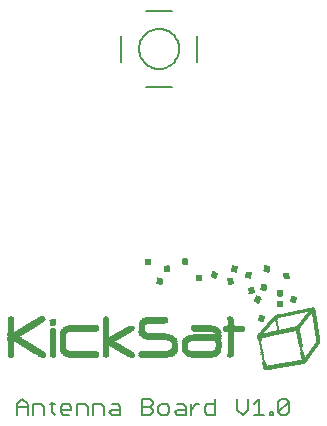
<source format=gto>
G75*
%MOIN*%
%OFA0B0*%
%FSLAX24Y24*%
%IPPOS*%
%LPD*%
%AMOC8*
5,1,8,0,0,1.08239X$1,22.5*
%
%ADD10R,0.0016X0.0004*%
%ADD11R,0.0055X0.0004*%
%ADD12R,0.0087X0.0004*%
%ADD13R,0.0114X0.0004*%
%ADD14R,0.0146X0.0004*%
%ADD15R,0.0173X0.0004*%
%ADD16R,0.0201X0.0004*%
%ADD17R,0.0224X0.0004*%
%ADD18R,0.0248X0.0004*%
%ADD19R,0.0276X0.0004*%
%ADD20R,0.0299X0.0004*%
%ADD21R,0.0323X0.0004*%
%ADD22R,0.0350X0.0004*%
%ADD23R,0.0374X0.0004*%
%ADD24R,0.0394X0.0004*%
%ADD25R,0.0417X0.0004*%
%ADD26R,0.0445X0.0004*%
%ADD27R,0.0469X0.0004*%
%ADD28R,0.0488X0.0004*%
%ADD29R,0.0512X0.0004*%
%ADD30R,0.0535X0.0004*%
%ADD31R,0.0563X0.0004*%
%ADD32R,0.0587X0.0004*%
%ADD33R,0.0606X0.0004*%
%ADD34R,0.0630X0.0004*%
%ADD35R,0.0654X0.0004*%
%ADD36R,0.0681X0.0004*%
%ADD37R,0.0701X0.0004*%
%ADD38R,0.0724X0.0004*%
%ADD39R,0.0748X0.0004*%
%ADD40R,0.0776X0.0004*%
%ADD41R,0.0795X0.0004*%
%ADD42R,0.0819X0.0004*%
%ADD43R,0.0843X0.0004*%
%ADD44R,0.0102X0.0004*%
%ADD45R,0.0717X0.0004*%
%ADD46R,0.0106X0.0004*%
%ADD47R,0.0705X0.0004*%
%ADD48R,0.0709X0.0004*%
%ADD49R,0.0098X0.0004*%
%ADD50R,0.0689X0.0004*%
%ADD51R,0.0665X0.0004*%
%ADD52R,0.0650X0.0004*%
%ADD53R,0.0634X0.0004*%
%ADD54R,0.0622X0.0004*%
%ADD55R,0.0602X0.0004*%
%ADD56R,0.0583X0.0004*%
%ADD57R,0.0551X0.0004*%
%ADD58R,0.0531X0.0004*%
%ADD59R,0.0508X0.0004*%
%ADD60R,0.0492X0.0004*%
%ADD61R,0.0472X0.0004*%
%ADD62R,0.0453X0.0004*%
%ADD63R,0.0433X0.0004*%
%ADD64R,0.0413X0.0004*%
%ADD65R,0.0335X0.0004*%
%ADD66R,0.0315X0.0004*%
%ADD67R,0.0295X0.0004*%
%ADD68R,0.0094X0.0004*%
%ADD69R,0.0272X0.0004*%
%ADD70R,0.0252X0.0004*%
%ADD71R,0.0232X0.0004*%
%ADD72R,0.0213X0.0004*%
%ADD73R,0.0189X0.0004*%
%ADD74R,0.0193X0.0004*%
%ADD75R,0.0197X0.0004*%
%ADD76R,0.0205X0.0004*%
%ADD77R,0.0209X0.0004*%
%ADD78R,0.0217X0.0004*%
%ADD79R,0.0228X0.0004*%
%ADD80R,0.0130X0.0004*%
%ADD81R,0.0134X0.0004*%
%ADD82R,0.0024X0.0004*%
%ADD83R,0.0004X0.0004*%
%ADD84R,0.0083X0.0004*%
%ADD85R,0.0063X0.0004*%
%ADD86R,0.0921X0.0004*%
%ADD87R,0.0091X0.0004*%
%ADD88R,0.0886X0.0004*%
%ADD89R,0.0685X0.0004*%
%ADD90R,0.0071X0.0004*%
%ADD91R,0.0110X0.0004*%
%ADD92R,0.0972X0.0004*%
%ADD93R,0.0937X0.0004*%
%ADD94R,0.0744X0.0004*%
%ADD95R,0.0126X0.0004*%
%ADD96R,0.0157X0.0004*%
%ADD97R,0.1000X0.0004*%
%ADD98R,0.0122X0.0004*%
%ADD99R,0.0150X0.0004*%
%ADD100R,0.0976X0.0004*%
%ADD101R,0.0783X0.0004*%
%ADD102R,0.0138X0.0004*%
%ADD103R,0.0142X0.0004*%
%ADD104R,0.1028X0.0004*%
%ADD105R,0.0165X0.0004*%
%ADD106R,0.1004X0.0004*%
%ADD107R,0.0815X0.0004*%
%ADD108R,0.0185X0.0004*%
%ADD109R,0.1047X0.0004*%
%ADD110R,0.0181X0.0004*%
%ADD111R,0.1031X0.0004*%
%ADD112R,0.0846X0.0004*%
%ADD113R,0.0154X0.0004*%
%ADD114R,0.1063X0.0004*%
%ADD115R,0.1051X0.0004*%
%ADD116R,0.0870X0.0004*%
%ADD117R,0.0161X0.0004*%
%ADD118R,0.1079X0.0004*%
%ADD119R,0.1067X0.0004*%
%ADD120R,0.0894X0.0004*%
%ADD121R,0.0169X0.0004*%
%ADD122R,0.1091X0.0004*%
%ADD123R,0.1083X0.0004*%
%ADD124R,0.0917X0.0004*%
%ADD125R,0.1102X0.0004*%
%ADD126R,0.0220X0.0004*%
%ADD127R,0.1094X0.0004*%
%ADD128R,0.0933X0.0004*%
%ADD129R,0.0177X0.0004*%
%ADD130R,0.1110X0.0004*%
%ADD131R,0.0957X0.0004*%
%ADD132R,0.0240X0.0004*%
%ADD133R,0.1122X0.0004*%
%ADD134R,0.0236X0.0004*%
%ADD135R,0.1130X0.0004*%
%ADD136R,0.0244X0.0004*%
%ADD137R,0.1134X0.0004*%
%ADD138R,0.0988X0.0004*%
%ADD139R,0.1138X0.0004*%
%ADD140R,0.1142X0.0004*%
%ADD141R,0.0264X0.0004*%
%ADD142R,0.1146X0.0004*%
%ADD143R,0.0260X0.0004*%
%ADD144R,0.1150X0.0004*%
%ADD145R,0.1016X0.0004*%
%ADD146R,0.1154X0.0004*%
%ADD147R,0.0268X0.0004*%
%ADD148R,0.1157X0.0004*%
%ADD149R,0.1161X0.0004*%
%ADD150R,0.1165X0.0004*%
%ADD151R,0.1039X0.0004*%
%ADD152R,0.0283X0.0004*%
%ADD153R,0.1169X0.0004*%
%ADD154R,0.1177X0.0004*%
%ADD155R,0.1055X0.0004*%
%ADD156R,0.0287X0.0004*%
%ADD157R,0.1173X0.0004*%
%ADD158R,0.1181X0.0004*%
%ADD159R,0.1189X0.0004*%
%ADD160R,0.0303X0.0004*%
%ADD161R,0.1185X0.0004*%
%ADD162R,0.1197X0.0004*%
%ADD163R,0.0307X0.0004*%
%ADD164R,0.1201X0.0004*%
%ADD165R,0.1098X0.0004*%
%ADD166R,0.0311X0.0004*%
%ADD167R,0.1205X0.0004*%
%ADD168R,0.0319X0.0004*%
%ADD169R,0.1213X0.0004*%
%ADD170R,0.0327X0.0004*%
%ADD171R,0.1217X0.0004*%
%ADD172R,0.0331X0.0004*%
%ADD173R,0.1209X0.0004*%
%ADD174R,0.1220X0.0004*%
%ADD175R,0.1224X0.0004*%
%ADD176R,0.0339X0.0004*%
%ADD177R,0.0343X0.0004*%
%ADD178R,0.1228X0.0004*%
%ADD179R,0.0346X0.0004*%
%ADD180R,0.1232X0.0004*%
%ADD181R,0.1236X0.0004*%
%ADD182R,0.0354X0.0004*%
%ADD183R,0.1240X0.0004*%
%ADD184R,0.0358X0.0004*%
%ADD185R,0.1244X0.0004*%
%ADD186R,0.0362X0.0004*%
%ADD187R,0.0366X0.0004*%
%ADD188R,0.0370X0.0004*%
%ADD189R,0.1248X0.0004*%
%ADD190R,0.0378X0.0004*%
%ADD191R,0.1252X0.0004*%
%ADD192R,0.0382X0.0004*%
%ADD193R,0.0386X0.0004*%
%ADD194R,0.1256X0.0004*%
%ADD195R,0.0390X0.0004*%
%ADD196R,0.1260X0.0004*%
%ADD197R,0.0291X0.0004*%
%ADD198R,0.0256X0.0004*%
%ADD199R,0.0579X0.0004*%
%ADD200R,0.0571X0.0004*%
%ADD201R,0.0559X0.0004*%
%ADD202R,0.0543X0.0004*%
%ADD203R,0.0539X0.0004*%
%ADD204R,0.0524X0.0004*%
%ADD205R,0.0520X0.0004*%
%ADD206R,0.0504X0.0004*%
%ADD207R,0.0500X0.0004*%
%ADD208R,0.0480X0.0004*%
%ADD209R,0.0461X0.0004*%
%ADD210R,0.0457X0.0004*%
%ADD211R,0.0449X0.0004*%
%ADD212R,0.0441X0.0004*%
%ADD213R,0.0437X0.0004*%
%ADD214R,0.0429X0.0004*%
%ADD215R,0.0118X0.0004*%
%ADD216R,0.0425X0.0004*%
%ADD217R,0.0406X0.0004*%
%ADD218R,0.0402X0.0004*%
%ADD219R,0.0398X0.0004*%
%ADD220R,0.0409X0.0004*%
%ADD221R,0.0421X0.0004*%
%ADD222R,0.0591X0.0004*%
%ADD223R,0.0567X0.0004*%
%ADD224R,0.1280X0.0004*%
%ADD225R,0.0555X0.0004*%
%ADD226R,0.0465X0.0004*%
%ADD227R,0.1276X0.0004*%
%ADD228R,0.0547X0.0004*%
%ADD229R,0.0476X0.0004*%
%ADD230R,0.1272X0.0004*%
%ADD231R,0.0484X0.0004*%
%ADD232R,0.0528X0.0004*%
%ADD233R,0.0827X0.0004*%
%ADD234R,0.1268X0.0004*%
%ADD235R,0.0496X0.0004*%
%ADD236R,0.0945X0.0004*%
%ADD237R,0.1264X0.0004*%
%ADD238R,0.0516X0.0004*%
%ADD239R,0.0980X0.0004*%
%ADD240R,0.1059X0.0004*%
%ADD241R,0.1071X0.0004*%
%ADD242R,0.1075X0.0004*%
%ADD243R,0.0575X0.0004*%
%ADD244R,0.1087X0.0004*%
%ADD245R,0.1114X0.0004*%
%ADD246R,0.1035X0.0004*%
%ADD247R,0.1043X0.0004*%
%ADD248R,0.0992X0.0004*%
%ADD249R,0.0965X0.0004*%
%ADD250R,0.1020X0.0004*%
%ADD251R,0.1008X0.0004*%
%ADD252R,0.0996X0.0004*%
%ADD253R,0.0614X0.0004*%
%ADD254R,0.0969X0.0004*%
%ADD255R,0.0646X0.0004*%
%ADD256R,0.0949X0.0004*%
%ADD257R,0.0677X0.0004*%
%ADD258R,0.0693X0.0004*%
%ADD259R,0.0280X0.0004*%
%ADD260R,0.0618X0.0004*%
%ADD261R,0.0642X0.0004*%
%ADD262R,0.0657X0.0004*%
%ADD263R,0.1193X0.0004*%
%ADD264R,0.0902X0.0004*%
%ADD265R,0.0669X0.0004*%
%ADD266R,0.0913X0.0004*%
%ADD267R,0.0925X0.0004*%
%ADD268R,0.0594X0.0004*%
%ADD269R,0.0598X0.0004*%
%ADD270R,0.0929X0.0004*%
%ADD271R,0.0713X0.0004*%
%ADD272R,0.0610X0.0004*%
%ADD273R,0.0720X0.0004*%
%ADD274R,0.0909X0.0004*%
%ADD275R,0.0906X0.0004*%
%ADD276R,0.0898X0.0004*%
%ADD277R,0.0890X0.0004*%
%ADD278R,0.0051X0.0004*%
%ADD279R,0.0882X0.0004*%
%ADD280R,0.0878X0.0004*%
%ADD281R,0.0874X0.0004*%
%ADD282R,0.0862X0.0004*%
%ADD283R,0.0858X0.0004*%
%ADD284R,0.0850X0.0004*%
%ADD285R,0.0839X0.0004*%
%ADD286R,0.0831X0.0004*%
%ADD287R,0.0811X0.0004*%
%ADD288R,0.0803X0.0004*%
%ADD289R,0.0697X0.0004*%
%ADD290R,0.0780X0.0004*%
%ADD291R,0.0768X0.0004*%
%ADD292R,0.0752X0.0004*%
%ADD293R,0.0673X0.0004*%
%ADD294R,0.0740X0.0004*%
%ADD295R,0.0661X0.0004*%
%ADD296R,0.1024X0.0004*%
%ADD297R,0.0059X0.0004*%
%ADD298R,0.0008X0.0004*%
%ADD299R,0.0028X0.0004*%
%ADD300R,0.0075X0.0004*%
%ADD301R,0.0067X0.0004*%
%ADD302R,0.0866X0.0004*%
%ADD303R,0.0043X0.0004*%
%ADD304R,0.0047X0.0004*%
%ADD305R,0.0020X0.0004*%
%ADD306R,0.0854X0.0004*%
%ADD307R,0.0835X0.0004*%
%ADD308R,0.0799X0.0004*%
%ADD309R,0.0791X0.0004*%
%ADD310R,0.0760X0.0004*%
%ADD311R,0.0039X0.0004*%
%ADD312R,0.0035X0.0004*%
%ADD313R,0.0079X0.0004*%
%ADD314R,0.0031X0.0004*%
%ADD315R,0.0012X0.0004*%
%ADD316C,0.0050*%
%ADD317C,0.0080*%
D10*
X019103Y010117D03*
X022741Y010826D03*
X022997Y011011D03*
X023028Y008357D03*
D11*
X023032Y008361D03*
X024595Y010424D03*
X023910Y010806D03*
X021292Y011629D03*
X019784Y011826D03*
D12*
X019135Y011861D03*
X019064Y012054D03*
X020804Y011519D03*
X021300Y011617D03*
X022414Y011617D03*
X022485Y011424D03*
X022938Y011208D03*
X023036Y011822D03*
X023513Y010818D03*
X023379Y010003D03*
X023383Y009987D03*
X023387Y009971D03*
X023391Y009956D03*
X023391Y009952D03*
X023395Y009936D03*
X023399Y009920D03*
X023399Y009916D03*
X023402Y009904D03*
X023402Y009900D03*
X023406Y009889D03*
X023406Y009885D03*
X023406Y009881D03*
X023410Y009869D03*
X023410Y009865D03*
X023410Y009861D03*
X023414Y009853D03*
X023414Y009849D03*
X023414Y009845D03*
X023414Y009841D03*
X023418Y009834D03*
X023418Y009830D03*
X023418Y009826D03*
X023422Y009818D03*
X023422Y009814D03*
X023422Y009810D03*
X023422Y009806D03*
X023426Y009802D03*
X023426Y009798D03*
X023426Y009794D03*
X023426Y009790D03*
X023426Y009786D03*
X023430Y009782D03*
X023430Y009778D03*
X023430Y009774D03*
X023430Y009771D03*
X023434Y009767D03*
X023434Y009763D03*
X023434Y009759D03*
X023434Y009755D03*
X023434Y009751D03*
X023438Y009747D03*
X023438Y009743D03*
X023438Y009739D03*
X023438Y009735D03*
X023442Y009731D03*
X023442Y009727D03*
X023442Y009723D03*
X023442Y009719D03*
X023446Y009711D03*
X023446Y009708D03*
X023446Y009704D03*
X023446Y009700D03*
X023450Y009696D03*
X023450Y009692D03*
X023450Y009688D03*
X023450Y009684D03*
X022910Y009979D03*
X023036Y008365D03*
X024591Y010420D03*
X015958Y010034D03*
X014528Y010125D03*
D13*
X014526Y010121D03*
X015916Y009845D03*
X019121Y011865D03*
X020353Y011881D03*
X021830Y011223D03*
X022873Y010168D03*
X022900Y009987D03*
X022822Y009420D03*
X023046Y008369D03*
X024774Y009290D03*
X024774Y009294D03*
X024586Y010416D03*
D14*
X024487Y010251D03*
X024483Y010247D03*
X024479Y010243D03*
X024475Y010239D03*
X024141Y009818D03*
X024137Y009814D03*
X023507Y010645D03*
X022755Y010774D03*
X022889Y009999D03*
X021853Y010113D03*
X021314Y011448D03*
X021314Y011593D03*
X023066Y011645D03*
X023727Y011578D03*
X023054Y008373D03*
X018542Y009810D03*
X017700Y010109D03*
X017700Y008798D03*
X015940Y009731D03*
X015562Y010121D03*
X014526Y010113D03*
D15*
X014528Y010097D03*
X015926Y010007D03*
X015938Y009869D03*
X015946Y009700D03*
X015946Y008822D03*
X015591Y008794D03*
X017698Y008822D03*
X017698Y008826D03*
X017698Y008830D03*
X017698Y010078D03*
X017698Y010082D03*
X017698Y010086D03*
X019745Y011652D03*
X020332Y011904D03*
X020343Y012042D03*
X020804Y011495D03*
X020804Y011491D03*
X020804Y011487D03*
X020804Y011483D03*
X020804Y011479D03*
X020804Y011475D03*
X020804Y011369D03*
X020804Y011365D03*
X020804Y011361D03*
X020804Y011357D03*
X020804Y011353D03*
X020804Y011349D03*
X021308Y011463D03*
X021320Y011582D03*
X021851Y011397D03*
X021981Y011652D03*
X022548Y011089D03*
X022965Y011188D03*
X023513Y010979D03*
X023513Y010975D03*
X023513Y010853D03*
X023513Y010849D03*
X023513Y010845D03*
X023958Y010774D03*
X023946Y010633D03*
X023320Y010058D03*
X022883Y010011D03*
X022847Y009436D03*
X021851Y008826D03*
X021851Y008822D03*
X023064Y008377D03*
X024111Y009798D03*
X023068Y011794D03*
D16*
X023074Y011774D03*
X023074Y011771D03*
X023070Y011763D03*
X023070Y011759D03*
X023054Y011692D03*
X023054Y011688D03*
X023054Y011684D03*
X022967Y011156D03*
X022967Y011152D03*
X022967Y011149D03*
X022967Y011145D03*
X022967Y011141D03*
X022963Y011137D03*
X022963Y011133D03*
X022963Y011129D03*
X022963Y011125D03*
X022963Y011121D03*
X022960Y011117D03*
X022960Y011113D03*
X022960Y011109D03*
X022960Y011105D03*
X022960Y011101D03*
X022956Y011089D03*
X022956Y011086D03*
X022956Y011082D03*
X022747Y010664D03*
X022900Y010133D03*
X022897Y010125D03*
X022897Y010121D03*
X022897Y010117D03*
X022893Y010105D03*
X022881Y010054D03*
X022881Y010050D03*
X022881Y010046D03*
X022881Y010042D03*
X022877Y010038D03*
X022877Y010034D03*
X022877Y010030D03*
X023314Y010034D03*
X023499Y010554D03*
X023499Y010558D03*
X023499Y010562D03*
X023499Y010566D03*
X023499Y010570D03*
X023944Y010664D03*
X023944Y010668D03*
X023944Y010672D03*
X023944Y010676D03*
X023948Y010680D03*
X023948Y010684D03*
X023948Y010688D03*
X023948Y010692D03*
X023952Y010704D03*
X023952Y010708D03*
X023952Y010711D03*
X023952Y010715D03*
X023956Y010719D03*
X023956Y010723D03*
X023956Y010727D03*
X023956Y010731D03*
X023960Y010743D03*
X021853Y011306D03*
X021853Y011310D03*
X021853Y011314D03*
X021853Y011318D03*
X021853Y011322D03*
X021849Y011345D03*
X021975Y011676D03*
X021979Y011692D03*
X021979Y011696D03*
X021979Y011700D03*
X021979Y011704D03*
X021983Y011711D03*
X021983Y011715D03*
X021983Y011719D03*
X021983Y011723D03*
X021987Y011731D03*
X021987Y011735D03*
X021987Y011739D03*
X021987Y011743D03*
X021991Y011751D03*
X021991Y011755D03*
X021991Y011759D03*
X021326Y011566D03*
X021326Y011562D03*
X021306Y011479D03*
X020330Y011928D03*
X020330Y011932D03*
X020334Y011944D03*
X020334Y011948D03*
X020334Y011952D03*
X020334Y011956D03*
X020337Y011963D03*
X020337Y011967D03*
X020337Y011971D03*
X020341Y011983D03*
X020341Y011987D03*
X020341Y011991D03*
X020341Y011995D03*
X020345Y011999D03*
X020345Y012003D03*
X020345Y012007D03*
X019731Y011771D03*
X019731Y011767D03*
X019735Y011755D03*
X019735Y011751D03*
X019735Y011747D03*
X019739Y011739D03*
X019739Y011735D03*
X019739Y011731D03*
X019739Y011727D03*
X019739Y011723D03*
X019743Y011715D03*
X019743Y011711D03*
X019743Y011708D03*
X019743Y011704D03*
X019747Y011692D03*
X019747Y011688D03*
X019747Y011684D03*
X019503Y011361D03*
X019499Y011349D03*
X019499Y011345D03*
X019499Y011341D03*
X019499Y011337D03*
X019495Y011334D03*
X019495Y011330D03*
X019495Y011326D03*
X019495Y011322D03*
X019491Y011310D03*
X019491Y011306D03*
X019491Y011302D03*
X019491Y011298D03*
X019487Y011290D03*
X019487Y011286D03*
X019487Y011282D03*
X019487Y011278D03*
X019097Y011944D03*
X018530Y009794D03*
X019987Y009255D03*
X019987Y009251D03*
X019987Y009247D03*
X019987Y009243D03*
X019987Y009239D03*
X019987Y009097D03*
X019987Y009093D03*
X019987Y009089D03*
X019987Y009086D03*
X020334Y009058D03*
X020334Y009054D03*
X020337Y009046D03*
X020330Y009231D03*
X020330Y009235D03*
X020334Y009243D03*
X020334Y009247D03*
X021444Y009042D03*
X021444Y009038D03*
X021444Y009566D03*
X021444Y009570D03*
X023074Y008381D03*
X016278Y009062D03*
X016278Y009066D03*
X016278Y009070D03*
X016278Y009562D03*
X016278Y009566D03*
X015940Y009897D03*
X015940Y009900D03*
X015940Y009904D03*
X015936Y009916D03*
X015936Y009920D03*
X015932Y009936D03*
X015932Y009940D03*
X015928Y009952D03*
X015928Y009956D03*
X015928Y009960D03*
X015924Y009967D03*
X015924Y009971D03*
X015924Y009975D03*
X014530Y009330D03*
X014530Y009326D03*
X014530Y009322D03*
X014530Y009318D03*
X014530Y009314D03*
D17*
X015550Y010097D03*
X016298Y009605D03*
X016294Y009026D03*
X015582Y008814D03*
X018900Y009641D03*
X018900Y009645D03*
X018904Y009637D03*
X018908Y009861D03*
X018912Y009869D03*
X019971Y009302D03*
X019975Y009042D03*
X020353Y009019D03*
X020357Y009015D03*
X020349Y009278D03*
X020353Y009282D03*
X021428Y009007D03*
X021428Y009597D03*
X022751Y010684D03*
X022751Y010688D03*
X024334Y008727D03*
X023086Y008385D03*
D18*
X023093Y008389D03*
X021412Y008987D03*
X021412Y009617D03*
X020373Y008999D03*
X019960Y009019D03*
X019956Y009322D03*
X019952Y009326D03*
X018519Y009774D03*
X016314Y009621D03*
X015542Y010086D03*
X015574Y008826D03*
X024534Y010393D03*
D19*
X023103Y008393D03*
X021395Y008975D03*
X019942Y009003D03*
X019934Y009341D03*
X018938Y009593D03*
X018505Y009759D03*
X018521Y008841D03*
X016332Y009633D03*
X015532Y010070D03*
X015564Y008841D03*
D20*
X015524Y010058D03*
X018493Y009743D03*
X018954Y009582D03*
X018505Y008857D03*
X023115Y008397D03*
X023458Y010137D03*
D21*
X023481Y010145D03*
X023127Y008400D03*
X019902Y009357D03*
X018477Y009727D03*
X015536Y008873D03*
D22*
X015487Y010019D03*
X018452Y009704D03*
X018983Y009574D03*
X018471Y008893D03*
X019900Y008979D03*
X023137Y008404D03*
X024215Y008652D03*
X023507Y010152D03*
X024491Y010373D03*
D23*
X024204Y008649D03*
X023149Y008408D03*
X018436Y008920D03*
X018097Y009487D03*
X018078Y009475D03*
X018050Y009460D03*
X018030Y009448D03*
X018023Y009444D03*
X018011Y009436D03*
X018003Y009432D03*
X018125Y009503D03*
X018345Y009633D03*
X018365Y009645D03*
X018385Y009656D03*
X018404Y009668D03*
X018412Y009672D03*
X018416Y009676D03*
X015456Y009991D03*
X015452Y009987D03*
X015467Y008932D03*
X015471Y008928D03*
X015479Y008924D03*
D24*
X014832Y009330D03*
X014627Y009460D03*
X014627Y009467D03*
X017800Y009302D03*
X018005Y009176D03*
X018013Y009172D03*
X019879Y008975D03*
X023158Y008412D03*
X024190Y008645D03*
X023958Y009739D03*
X024473Y010365D03*
D25*
X023587Y010176D03*
X022973Y009491D03*
X023170Y008416D03*
X017812Y009286D03*
D26*
X017826Y009345D03*
X014652Y009428D03*
X023180Y008420D03*
D27*
X023192Y008424D03*
X023003Y009503D03*
X017837Y009255D03*
X014664Y009412D03*
D28*
X017847Y009243D03*
X019052Y009566D03*
X023013Y009507D03*
X023202Y008428D03*
D29*
X023213Y008432D03*
X024418Y010341D03*
X017859Y009227D03*
X014686Y009385D03*
D30*
X014698Y009369D03*
X017871Y009400D03*
X019080Y009562D03*
X023040Y009519D03*
X023225Y008436D03*
D31*
X023235Y008440D03*
X024074Y008609D03*
X023479Y009617D03*
X023298Y009578D03*
X023278Y009574D03*
X017885Y009416D03*
X017885Y009196D03*
X014711Y009582D03*
D32*
X014723Y009337D03*
X023247Y008444D03*
X023637Y009652D03*
D33*
X023257Y008448D03*
D34*
X023269Y008452D03*
X023836Y009688D03*
X024363Y010318D03*
D35*
X023280Y008456D03*
X020914Y009826D03*
D36*
X021971Y009802D03*
X021975Y009660D03*
X023290Y008460D03*
X023971Y008582D03*
X019381Y010109D03*
D37*
X021973Y009786D03*
X021973Y009676D03*
X021973Y009672D03*
X023300Y008463D03*
X023505Y008499D03*
X023528Y008503D03*
X023552Y008507D03*
X023576Y008511D03*
X023595Y008515D03*
X023619Y008519D03*
X023847Y008558D03*
X023938Y008574D03*
D38*
X023312Y008467D03*
X021973Y009731D03*
X021973Y009735D03*
X020938Y009814D03*
X019375Y010101D03*
D39*
X023324Y008471D03*
D40*
X023334Y008475D03*
D41*
X023343Y008479D03*
X020961Y009794D03*
D42*
X020973Y009782D03*
X019351Y010070D03*
X023355Y008483D03*
D43*
X023367Y008487D03*
D44*
X022997Y008491D03*
X022993Y008499D03*
X022993Y008503D03*
X022993Y008507D03*
X022993Y008511D03*
X022989Y008515D03*
X022989Y008519D03*
X022989Y008523D03*
X022989Y008526D03*
X022985Y008534D03*
X022985Y008538D03*
X022985Y008542D03*
X022981Y008554D03*
X022981Y008558D03*
X022977Y008574D03*
X022973Y008593D03*
X022918Y008873D03*
X022906Y008936D03*
X022902Y008956D03*
X022828Y009334D03*
X022828Y009337D03*
X022824Y009353D03*
X022824Y009357D03*
X022820Y009373D03*
X022820Y009377D03*
X022820Y009381D03*
X022816Y009397D03*
X022816Y009400D03*
X022816Y009404D03*
X022816Y009416D03*
X022906Y009983D03*
X022584Y011105D03*
X023080Y011629D03*
X024635Y010271D03*
X024635Y010267D03*
X024635Y010263D03*
X024639Y010255D03*
X024639Y010251D03*
X024639Y010247D03*
X024639Y010243D03*
X024639Y010239D03*
X024639Y010235D03*
X024643Y010231D03*
X024643Y010227D03*
X024643Y010223D03*
X024643Y010219D03*
X024643Y010215D03*
X024643Y010211D03*
X024643Y010208D03*
X024647Y010204D03*
X024647Y010200D03*
X024647Y010196D03*
X024647Y010192D03*
X024647Y010188D03*
X024647Y010184D03*
X024650Y010176D03*
X024650Y010172D03*
X024650Y010168D03*
X024650Y010164D03*
X024650Y010160D03*
X024650Y010156D03*
X024654Y010149D03*
X024654Y010145D03*
X024654Y010141D03*
X024654Y010137D03*
X024654Y010133D03*
X024658Y010125D03*
X024658Y010121D03*
X024658Y010117D03*
X024658Y010113D03*
X024658Y010109D03*
X024658Y010105D03*
X024662Y010097D03*
X024662Y010093D03*
X024662Y010089D03*
X024662Y010086D03*
X024662Y010082D03*
X024666Y010070D03*
X024666Y010066D03*
X024666Y010062D03*
X024666Y010058D03*
X024666Y010054D03*
X024670Y010046D03*
X024670Y010042D03*
X024670Y010038D03*
X024670Y010034D03*
X024670Y010030D03*
X024674Y010019D03*
X024674Y010015D03*
X024674Y010011D03*
X024674Y010007D03*
X024674Y010003D03*
X024678Y009995D03*
X024678Y009991D03*
X024678Y009987D03*
X024678Y009983D03*
X024678Y009979D03*
X024682Y009967D03*
X024682Y009963D03*
X024682Y009960D03*
X024682Y009956D03*
X024682Y009952D03*
X024686Y009940D03*
X024686Y009936D03*
X024686Y009932D03*
X024686Y009928D03*
X024690Y009916D03*
X024690Y009912D03*
X024690Y009908D03*
X024690Y009904D03*
X024690Y009900D03*
X024694Y009893D03*
X024694Y009889D03*
X024694Y009885D03*
X024694Y009881D03*
X024694Y009877D03*
X024698Y009865D03*
X024698Y009861D03*
X024698Y009857D03*
X024698Y009853D03*
X024698Y009849D03*
X024702Y009841D03*
X024702Y009837D03*
X024702Y009834D03*
X024702Y009830D03*
X024702Y009826D03*
X024706Y009814D03*
X024706Y009810D03*
X024706Y009806D03*
X024706Y009802D03*
X024706Y009798D03*
X024710Y009790D03*
X024710Y009786D03*
X024710Y009782D03*
X024710Y009778D03*
X024710Y009774D03*
X024713Y009763D03*
X024713Y009759D03*
X024713Y009755D03*
X024713Y009751D03*
X024713Y009747D03*
X024717Y009739D03*
X024717Y009735D03*
X024717Y009731D03*
X024717Y009727D03*
X024717Y009723D03*
X024721Y009715D03*
X024721Y009711D03*
X024721Y009708D03*
X024721Y009704D03*
X024721Y009700D03*
X024721Y009696D03*
X024725Y009688D03*
X024725Y009684D03*
X024725Y009680D03*
X024725Y009676D03*
X024725Y009672D03*
X024729Y009664D03*
X024729Y009660D03*
X024729Y009656D03*
X024729Y009652D03*
X024729Y009649D03*
X024729Y009645D03*
X024733Y009637D03*
X024733Y009633D03*
X024733Y009629D03*
X024733Y009625D03*
X024733Y009621D03*
X024737Y009613D03*
X024737Y009609D03*
X024737Y009605D03*
X024737Y009601D03*
X024737Y009597D03*
X024737Y009593D03*
X024741Y009586D03*
X024741Y009582D03*
X024741Y009578D03*
X024741Y009574D03*
X024741Y009570D03*
X024745Y009562D03*
X024745Y009558D03*
X024745Y009554D03*
X024745Y009550D03*
X024745Y009546D03*
X024745Y009542D03*
X024749Y009534D03*
X024749Y009530D03*
X024749Y009526D03*
X024749Y009523D03*
X024749Y009519D03*
X024753Y009511D03*
X024753Y009507D03*
X024753Y009503D03*
X024753Y009499D03*
X024753Y009495D03*
X024753Y009491D03*
X024757Y009483D03*
X024757Y009479D03*
X024757Y009475D03*
X024757Y009471D03*
X024757Y009467D03*
X024761Y009460D03*
X024761Y009456D03*
X024761Y009452D03*
X024761Y009448D03*
X024761Y009444D03*
X024765Y009432D03*
X024765Y009428D03*
X024765Y009424D03*
X024765Y009420D03*
X024765Y009416D03*
X024769Y009404D03*
X024769Y009400D03*
X024769Y009397D03*
X024769Y009393D03*
X024773Y009381D03*
X024773Y009377D03*
X024773Y009373D03*
X024773Y009369D03*
X024773Y009365D03*
X024776Y009349D03*
X024776Y009345D03*
X024776Y009341D03*
X024776Y009337D03*
X024182Y009243D03*
X024182Y009239D03*
X024186Y009219D03*
X024190Y009196D03*
X024194Y009176D03*
X024198Y009152D03*
X024178Y009263D03*
X024178Y009267D03*
X024174Y009282D03*
X024174Y009286D03*
X024174Y009290D03*
X024170Y009306D03*
X024170Y009310D03*
X024166Y009326D03*
X024166Y009330D03*
X024166Y009334D03*
X024162Y009345D03*
X024162Y009349D03*
X024162Y009353D03*
X024162Y009357D03*
X024158Y009369D03*
X024158Y009373D03*
X024158Y009377D03*
X024158Y009381D03*
X024154Y009389D03*
X024154Y009393D03*
X024154Y009397D03*
X024154Y009400D03*
X024150Y009412D03*
X024150Y009416D03*
X024150Y009420D03*
X024150Y009424D03*
X024147Y009432D03*
X024147Y009436D03*
X024147Y009440D03*
X024147Y009444D03*
X024147Y009448D03*
X024143Y009452D03*
X024143Y009456D03*
X024143Y009460D03*
X024143Y009463D03*
X024143Y009467D03*
X024143Y009471D03*
X024139Y009475D03*
X024139Y009479D03*
X024139Y009483D03*
X024139Y009487D03*
X024139Y009491D03*
X024135Y009495D03*
X024135Y009499D03*
X024135Y009503D03*
X024135Y009507D03*
X024135Y009511D03*
X024131Y009519D03*
X024131Y009523D03*
X024131Y009526D03*
X024131Y009530D03*
X024131Y009534D03*
X024127Y009538D03*
X024127Y009542D03*
X024127Y009546D03*
X024127Y009550D03*
X024127Y009554D03*
X024123Y009562D03*
X024123Y009566D03*
X024123Y009570D03*
X024123Y009574D03*
X024119Y009582D03*
X024119Y009586D03*
X024119Y009589D03*
X024119Y009593D03*
X024119Y009597D03*
X024115Y009601D03*
X024115Y009605D03*
X024115Y009609D03*
X024115Y009613D03*
X024115Y009617D03*
X024111Y009621D03*
X024111Y009625D03*
X024111Y009629D03*
X024111Y009633D03*
X024111Y009637D03*
X024111Y009641D03*
X024107Y009645D03*
X024107Y009649D03*
X024107Y009652D03*
X024107Y009656D03*
X024107Y009660D03*
X024103Y009664D03*
X024103Y009668D03*
X024103Y009672D03*
X024103Y009676D03*
X024233Y008956D03*
X024241Y008912D03*
X024245Y008893D03*
X024245Y008889D03*
X024249Y008873D03*
X024249Y008869D03*
X024249Y008865D03*
X024253Y008853D03*
X024253Y008849D03*
X024253Y008845D03*
X024257Y008834D03*
X024257Y008830D03*
X024257Y008826D03*
X024257Y008822D03*
X024261Y008814D03*
X024261Y008810D03*
X024261Y008806D03*
X024261Y008802D03*
X024261Y008798D03*
X024265Y008794D03*
X024265Y008790D03*
X024265Y008786D03*
X024265Y008782D03*
X024265Y008778D03*
X024269Y008771D03*
X024269Y008767D03*
X024269Y008763D03*
X024273Y008747D03*
X024273Y008743D03*
X021324Y011428D03*
X015954Y010030D03*
D45*
X021973Y009767D03*
X021973Y009700D03*
X021973Y009696D03*
X023454Y008491D03*
D46*
X022995Y008495D03*
X024271Y008751D03*
X024271Y008755D03*
X024271Y008759D03*
X024267Y008774D03*
X024778Y009318D03*
X024778Y009322D03*
X024778Y009326D03*
X024778Y009330D03*
X024778Y009334D03*
X024774Y009353D03*
X024774Y009357D03*
X024774Y009361D03*
X024771Y009385D03*
X024771Y009389D03*
X024767Y009408D03*
X024767Y009412D03*
X024763Y009436D03*
X024763Y009440D03*
X024759Y009463D03*
X024755Y009487D03*
X024751Y009515D03*
X024747Y009538D03*
X024743Y009566D03*
X024739Y009589D03*
X024735Y009617D03*
X024731Y009641D03*
X024727Y009668D03*
X024723Y009692D03*
X024719Y009719D03*
X024715Y009743D03*
X024711Y009767D03*
X024711Y009771D03*
X024708Y009794D03*
X024704Y009818D03*
X024704Y009822D03*
X024700Y009845D03*
X024696Y009869D03*
X024696Y009873D03*
X024692Y009897D03*
X024688Y009920D03*
X024688Y009924D03*
X024684Y009944D03*
X024684Y009948D03*
X024680Y009971D03*
X024680Y009975D03*
X024676Y009999D03*
X024672Y010023D03*
X024672Y010026D03*
X024668Y010050D03*
X024664Y010074D03*
X024664Y010078D03*
X024660Y010101D03*
X024656Y010129D03*
X024652Y010152D03*
X024649Y010180D03*
X024121Y009578D03*
X024125Y009558D03*
X024133Y009515D03*
X023971Y010613D03*
X023526Y010652D03*
X023747Y011586D03*
X022003Y011633D03*
X021306Y011609D03*
D47*
X021971Y009782D03*
X023152Y009562D03*
X023916Y008570D03*
X023893Y008566D03*
X023869Y008562D03*
X023826Y008554D03*
X023802Y008550D03*
X023778Y008546D03*
X023755Y008542D03*
X023731Y008538D03*
X023708Y008534D03*
X023641Y008523D03*
X023479Y008495D03*
X019711Y009365D03*
D48*
X019379Y010105D03*
X020930Y009818D03*
X021973Y009778D03*
X021973Y009688D03*
X021973Y009684D03*
X021973Y009680D03*
X023662Y008526D03*
X023686Y008530D03*
D49*
X022987Y008530D03*
X022983Y008546D03*
X022983Y008550D03*
X022979Y008562D03*
X022979Y008566D03*
X022979Y008570D03*
X022975Y008578D03*
X022975Y008582D03*
X022975Y008586D03*
X022975Y008589D03*
X022971Y008597D03*
X022971Y008601D03*
X022971Y008605D03*
X022971Y008609D03*
X022967Y008613D03*
X022967Y008617D03*
X022967Y008621D03*
X022967Y008625D03*
X022967Y008629D03*
X022963Y008633D03*
X022963Y008637D03*
X022963Y008641D03*
X022963Y008645D03*
X022963Y008649D03*
X022960Y008652D03*
X022960Y008656D03*
X022960Y008660D03*
X022960Y008664D03*
X022956Y008672D03*
X022956Y008676D03*
X022956Y008680D03*
X022956Y008684D03*
X022952Y008692D03*
X022952Y008696D03*
X022952Y008700D03*
X022952Y008704D03*
X022948Y008711D03*
X022948Y008715D03*
X022948Y008719D03*
X022948Y008723D03*
X022944Y008731D03*
X022944Y008735D03*
X022944Y008739D03*
X022944Y008743D03*
X022944Y008747D03*
X022940Y008751D03*
X022940Y008755D03*
X022940Y008759D03*
X022940Y008763D03*
X022940Y008767D03*
X022936Y008771D03*
X022936Y008774D03*
X022936Y008778D03*
X022936Y008782D03*
X022936Y008786D03*
X022932Y008794D03*
X022932Y008798D03*
X022932Y008802D03*
X022932Y008806D03*
X022928Y008814D03*
X022928Y008818D03*
X022928Y008822D03*
X022928Y008826D03*
X022928Y008830D03*
X022924Y008834D03*
X022924Y008837D03*
X022924Y008841D03*
X022924Y008845D03*
X022924Y008849D03*
X022920Y008853D03*
X022920Y008857D03*
X022920Y008861D03*
X022920Y008865D03*
X022920Y008869D03*
X022916Y008877D03*
X022916Y008881D03*
X022916Y008885D03*
X022916Y008889D03*
X022916Y008893D03*
X022912Y008897D03*
X022912Y008900D03*
X022912Y008904D03*
X022912Y008908D03*
X022912Y008912D03*
X022908Y008916D03*
X022908Y008920D03*
X022908Y008924D03*
X022908Y008928D03*
X022908Y008932D03*
X022904Y008940D03*
X022904Y008944D03*
X022904Y008948D03*
X022904Y008952D03*
X022900Y008960D03*
X022900Y008963D03*
X022900Y008967D03*
X022900Y008971D03*
X022900Y008975D03*
X022897Y008979D03*
X022897Y008983D03*
X022897Y008987D03*
X022897Y008991D03*
X022897Y008995D03*
X022893Y008999D03*
X022893Y009003D03*
X022893Y009007D03*
X022893Y009011D03*
X022893Y009015D03*
X022889Y009019D03*
X022889Y009023D03*
X022889Y009026D03*
X022889Y009030D03*
X022889Y009034D03*
X022885Y009038D03*
X022885Y009042D03*
X022885Y009046D03*
X022885Y009050D03*
X022885Y009054D03*
X022881Y009058D03*
X022881Y009062D03*
X022881Y009066D03*
X022881Y009070D03*
X022881Y009074D03*
X022877Y009078D03*
X022877Y009082D03*
X022877Y009086D03*
X022877Y009089D03*
X022877Y009093D03*
X022877Y009097D03*
X022873Y009101D03*
X022873Y009105D03*
X022873Y009109D03*
X022873Y009113D03*
X022873Y009117D03*
X022869Y009121D03*
X022869Y009125D03*
X022869Y009129D03*
X022869Y009133D03*
X022869Y009137D03*
X022865Y009141D03*
X022865Y009145D03*
X022865Y009149D03*
X022865Y009152D03*
X022865Y009156D03*
X022861Y009160D03*
X022861Y009164D03*
X022861Y009168D03*
X022861Y009172D03*
X022861Y009176D03*
X022857Y009180D03*
X022857Y009184D03*
X022857Y009188D03*
X022857Y009192D03*
X022853Y009200D03*
X022853Y009204D03*
X022853Y009208D03*
X022853Y009211D03*
X022849Y009219D03*
X022849Y009223D03*
X022849Y009227D03*
X022849Y009231D03*
X022845Y009239D03*
X022845Y009243D03*
X022845Y009247D03*
X022845Y009251D03*
X022845Y009255D03*
X022841Y009259D03*
X022841Y009263D03*
X022841Y009267D03*
X022841Y009271D03*
X022841Y009274D03*
X022837Y009278D03*
X022837Y009282D03*
X022837Y009286D03*
X022837Y009290D03*
X022837Y009294D03*
X022834Y009298D03*
X022834Y009302D03*
X022834Y009306D03*
X022834Y009310D03*
X022834Y009314D03*
X022830Y009318D03*
X022830Y009322D03*
X022830Y009326D03*
X022830Y009330D03*
X022826Y009341D03*
X022826Y009345D03*
X022826Y009349D03*
X022822Y009361D03*
X022822Y009365D03*
X022822Y009369D03*
X022818Y009385D03*
X022818Y009389D03*
X022818Y009393D03*
X022814Y009408D03*
X022814Y009412D03*
X022869Y010172D03*
X022763Y010613D03*
X022751Y010794D03*
X021845Y010121D03*
X021849Y008786D03*
X024188Y009200D03*
X024188Y009204D03*
X024188Y009208D03*
X024188Y009211D03*
X024188Y009215D03*
X024184Y009223D03*
X024184Y009227D03*
X024184Y009231D03*
X024184Y009235D03*
X024180Y009247D03*
X024180Y009251D03*
X024180Y009255D03*
X024180Y009259D03*
X024176Y009271D03*
X024176Y009274D03*
X024176Y009278D03*
X024172Y009294D03*
X024172Y009298D03*
X024172Y009302D03*
X024168Y009314D03*
X024168Y009318D03*
X024168Y009322D03*
X024164Y009337D03*
X024164Y009341D03*
X024160Y009361D03*
X024160Y009365D03*
X024156Y009385D03*
X024152Y009404D03*
X024152Y009408D03*
X024149Y009428D03*
X024192Y009192D03*
X024192Y009188D03*
X024192Y009184D03*
X024192Y009180D03*
X024196Y009172D03*
X024196Y009168D03*
X024196Y009164D03*
X024196Y009160D03*
X024196Y009156D03*
X024200Y009149D03*
X024200Y009145D03*
X024200Y009141D03*
X024200Y009137D03*
X024200Y009133D03*
X024204Y009129D03*
X024204Y009125D03*
X024204Y009121D03*
X024204Y009117D03*
X024204Y009113D03*
X024204Y009109D03*
X024208Y009105D03*
X024208Y009101D03*
X024208Y009097D03*
X024208Y009093D03*
X024208Y009089D03*
X024211Y009086D03*
X024211Y009082D03*
X024211Y009078D03*
X024211Y009074D03*
X024211Y009070D03*
X024211Y009066D03*
X024215Y009062D03*
X024215Y009058D03*
X024215Y009054D03*
X024215Y009050D03*
X024215Y009046D03*
X024219Y009038D03*
X024219Y009034D03*
X024219Y009030D03*
X024219Y009026D03*
X024219Y009023D03*
X024223Y009019D03*
X024223Y009015D03*
X024223Y009011D03*
X024223Y009007D03*
X024223Y009003D03*
X024227Y008995D03*
X024227Y008991D03*
X024227Y008987D03*
X024227Y008983D03*
X024227Y008979D03*
X024231Y008975D03*
X024231Y008971D03*
X024231Y008967D03*
X024231Y008963D03*
X024231Y008960D03*
X024235Y008952D03*
X024235Y008948D03*
X024235Y008944D03*
X024235Y008940D03*
X024235Y008936D03*
X024239Y008932D03*
X024239Y008928D03*
X024239Y008924D03*
X024239Y008920D03*
X024239Y008916D03*
X024243Y008908D03*
X024243Y008904D03*
X024243Y008900D03*
X024243Y008897D03*
X024247Y008885D03*
X024247Y008881D03*
X024247Y008877D03*
X024251Y008861D03*
X024251Y008857D03*
X024255Y008841D03*
X024255Y008837D03*
X024259Y008818D03*
X024637Y010259D03*
X023042Y011818D03*
X021302Y011613D03*
X019767Y011818D03*
X019719Y011629D03*
X019471Y011408D03*
X019515Y011223D03*
X017696Y010121D03*
X015908Y009841D03*
X015948Y008786D03*
X015593Y008782D03*
D50*
X021975Y009664D03*
X023956Y008578D03*
D51*
X023987Y008586D03*
X023121Y009550D03*
D52*
X024003Y008589D03*
X024353Y010314D03*
D53*
X023727Y009676D03*
X023101Y009542D03*
X024019Y008593D03*
D54*
X024032Y008597D03*
D55*
X024046Y008601D03*
X023082Y009534D03*
D56*
X023072Y009530D03*
X023619Y009649D03*
X024060Y008605D03*
X017895Y009184D03*
D57*
X017879Y009204D03*
X014706Y009574D03*
X023052Y009523D03*
X023871Y009704D03*
X024399Y010334D03*
X024087Y008613D03*
D58*
X024101Y008617D03*
X023881Y009708D03*
X024408Y010337D03*
X017869Y009215D03*
X014696Y009562D03*
D59*
X014684Y009546D03*
X017857Y009385D03*
X024113Y008621D03*
D60*
X024125Y008625D03*
X024428Y010345D03*
X017849Y009373D03*
X017849Y009239D03*
X014676Y009397D03*
X014676Y009534D03*
D61*
X014666Y009523D03*
X014666Y009408D03*
X017839Y009361D03*
X017839Y009251D03*
X024139Y008629D03*
X024438Y010349D03*
D62*
X024444Y010353D03*
X024152Y008633D03*
X019034Y009570D03*
X017830Y009349D03*
X014656Y009511D03*
D63*
X014647Y009436D03*
X017820Y009337D03*
X020477Y009345D03*
X020828Y009837D03*
X023619Y010184D03*
X023729Y010208D03*
X023749Y010211D03*
X023769Y010215D03*
X023804Y010223D03*
X023824Y010227D03*
X023977Y010259D03*
X024111Y010286D03*
X024131Y010290D03*
X024150Y010294D03*
X024170Y010298D03*
X024454Y010357D03*
X024166Y008637D03*
D64*
X024176Y008641D03*
X023948Y009735D03*
X024463Y010361D03*
X017810Y009326D03*
X017810Y009290D03*
X014637Y009448D03*
X014637Y009483D03*
D65*
X015530Y008881D03*
X018483Y008881D03*
X023495Y010149D03*
X024227Y008656D03*
D66*
X024241Y008660D03*
X021367Y009645D03*
X018481Y009731D03*
X016355Y009645D03*
X015517Y010046D03*
X015544Y008865D03*
D67*
X015554Y008853D03*
X018511Y008853D03*
X018495Y009747D03*
X019920Y009349D03*
X024255Y008664D03*
D68*
X024225Y008999D03*
X024217Y009042D03*
X023469Y010463D03*
X023926Y010798D03*
X022517Y010916D03*
X021887Y011412D03*
X021961Y011818D03*
X022847Y009235D03*
X022851Y009215D03*
X022855Y009196D03*
X022930Y008810D03*
X022934Y008790D03*
X022946Y008727D03*
X022950Y008708D03*
X022954Y008688D03*
X022958Y008668D03*
X018544Y009818D03*
X017694Y008786D03*
D69*
X018944Y009904D03*
X019948Y009007D03*
X020389Y008987D03*
X020385Y009314D03*
X022897Y009460D03*
X024042Y009771D03*
X024526Y010389D03*
X024267Y008668D03*
X016326Y008991D03*
X015566Y008837D03*
D70*
X015572Y008830D03*
X016312Y009003D03*
X018528Y008830D03*
X018922Y009609D03*
X018930Y009893D03*
X020371Y009302D03*
X021406Y008983D03*
X023422Y010125D03*
X024560Y010278D03*
X024560Y010282D03*
X024280Y008672D03*
D71*
X024294Y008676D03*
X024337Y008735D03*
X024337Y008739D03*
X024566Y010302D03*
X022767Y010723D03*
X022763Y010715D03*
X022759Y010708D03*
X022759Y010704D03*
X022755Y010700D03*
X021853Y009830D03*
X021424Y009605D03*
X020357Y009290D03*
X020361Y009011D03*
X019971Y009034D03*
X019967Y009030D03*
X018908Y009629D03*
X018916Y009877D03*
X018523Y009782D03*
X018538Y008818D03*
X016302Y009015D03*
X016298Y009019D03*
X016302Y009609D03*
X015550Y010093D03*
D72*
X016288Y009589D03*
X016284Y009046D03*
X016284Y009042D03*
X016288Y009038D03*
X018544Y008810D03*
X018895Y009660D03*
X018895Y009664D03*
X018895Y009668D03*
X018891Y009672D03*
X018891Y009676D03*
X018891Y009680D03*
X018891Y009684D03*
X018891Y009688D03*
X018891Y009692D03*
X018902Y009845D03*
X018902Y009849D03*
X018528Y009790D03*
X019977Y009290D03*
X019977Y009286D03*
X019981Y009278D03*
X019981Y009062D03*
X019981Y009058D03*
X020347Y009026D03*
X020343Y009267D03*
X021434Y009019D03*
X021438Y009582D03*
X022749Y010672D03*
X022749Y010676D03*
X022765Y010739D03*
X023308Y010023D03*
X024332Y008715D03*
X024308Y008680D03*
X021304Y011491D03*
X021324Y011546D03*
X021324Y011550D03*
D73*
X021324Y011574D03*
X021308Y011471D03*
X021847Y011381D03*
X021847Y011377D03*
X021847Y011373D03*
X021847Y011369D03*
X021847Y011365D03*
X021859Y011263D03*
X021859Y011259D03*
X021859Y011255D03*
X021859Y011251D03*
X021977Y011664D03*
X022458Y011589D03*
X022458Y011586D03*
X022458Y011582D03*
X022458Y011578D03*
X022446Y011475D03*
X022446Y011471D03*
X022446Y011467D03*
X022446Y011463D03*
X022544Y011074D03*
X022544Y011070D03*
X022560Y010952D03*
X022560Y010948D03*
X022560Y010944D03*
X022560Y010940D03*
X022761Y010751D03*
X022749Y010656D03*
X022954Y011050D03*
X023052Y011668D03*
X023710Y011550D03*
X023725Y011432D03*
X023725Y011428D03*
X023725Y011424D03*
X023725Y011420D03*
X023942Y010645D03*
X023493Y010625D03*
X023493Y010621D03*
X023493Y010617D03*
X023493Y010613D03*
X023505Y010507D03*
X023505Y010503D03*
X023505Y010499D03*
X023505Y010495D03*
X023316Y010042D03*
X022899Y010141D03*
X022855Y009440D03*
X021851Y008861D03*
X021851Y008857D03*
X021851Y008853D03*
X021851Y008849D03*
X021851Y008845D03*
X021450Y009070D03*
X021450Y009074D03*
X021450Y009078D03*
X021450Y009082D03*
X021450Y009318D03*
X021450Y009322D03*
X021450Y009326D03*
X021450Y009330D03*
X021450Y009334D03*
X021450Y009542D03*
X021450Y009546D03*
X021450Y009550D03*
X021851Y010034D03*
X021851Y010038D03*
X021851Y010042D03*
X021851Y010046D03*
X021851Y010050D03*
X021851Y010054D03*
X019485Y011255D03*
X019505Y011381D03*
X019733Y011782D03*
X019095Y011904D03*
X019107Y012015D03*
X019107Y012019D03*
X019107Y012023D03*
X019107Y012026D03*
X019107Y012030D03*
X015942Y009877D03*
X015942Y009668D03*
X015942Y009664D03*
X015942Y009660D03*
X015942Y009656D03*
X015942Y009652D03*
X015942Y008865D03*
X015942Y008861D03*
X015942Y008857D03*
X015942Y008853D03*
X014524Y008841D03*
X014524Y008837D03*
X024320Y008684D03*
X024324Y008688D03*
D74*
X024326Y008692D03*
X024326Y008696D03*
X023314Y010038D03*
X023377Y010109D03*
X023503Y010511D03*
X023503Y010515D03*
X023503Y010519D03*
X023503Y010523D03*
X023503Y010526D03*
X023495Y010593D03*
X023495Y010597D03*
X023495Y010601D03*
X023495Y010605D03*
X023495Y010609D03*
X023963Y010763D03*
X023963Y010767D03*
X023723Y011436D03*
X023723Y011440D03*
X023723Y011444D03*
X023723Y011448D03*
X023723Y011452D03*
X023723Y011456D03*
X023719Y011467D03*
X023719Y011471D03*
X023719Y011475D03*
X023719Y011479D03*
X023715Y011507D03*
X023715Y011511D03*
X023715Y011515D03*
X023715Y011519D03*
X023715Y011523D03*
X023715Y011526D03*
X023711Y011530D03*
X023711Y011534D03*
X023711Y011538D03*
X023711Y011542D03*
X023711Y011546D03*
X023074Y011786D03*
X022967Y011168D03*
X022967Y011164D03*
X022952Y011062D03*
X022952Y011058D03*
X022952Y011054D03*
X022554Y010999D03*
X022554Y010995D03*
X022554Y010991D03*
X022554Y010987D03*
X022558Y010971D03*
X022558Y010967D03*
X022558Y010963D03*
X022558Y010960D03*
X022558Y010956D03*
X022550Y011023D03*
X022550Y011026D03*
X022550Y011030D03*
X022550Y011034D03*
X022550Y011038D03*
X022546Y011050D03*
X022546Y011054D03*
X022546Y011058D03*
X022546Y011062D03*
X022546Y011066D03*
X022444Y011479D03*
X022448Y011503D03*
X022456Y011558D03*
X022456Y011562D03*
X022456Y011566D03*
X022456Y011570D03*
X022456Y011574D03*
X021975Y011668D03*
X021999Y011786D03*
X021857Y011282D03*
X021857Y011278D03*
X021857Y011274D03*
X021857Y011271D03*
X021857Y011267D03*
X021306Y011475D03*
X021326Y011570D03*
X020330Y011916D03*
X019731Y011778D03*
X019731Y011774D03*
X019751Y011664D03*
X019751Y011660D03*
X019507Y011377D03*
X019483Y011263D03*
X019483Y011259D03*
X019093Y011908D03*
X019093Y011912D03*
X019093Y011916D03*
X019093Y011920D03*
X019105Y011999D03*
X019105Y012003D03*
X019105Y012007D03*
X019105Y012011D03*
X018534Y009798D03*
X017700Y010026D03*
X017700Y010030D03*
X017700Y010034D03*
X017700Y010038D03*
X017700Y010042D03*
X017700Y010046D03*
X017700Y008885D03*
X017700Y008881D03*
X017700Y008877D03*
X017700Y008873D03*
X017700Y008869D03*
X017700Y008865D03*
X017700Y008861D03*
X018546Y008802D03*
X020326Y009089D03*
X020326Y009093D03*
X020326Y009097D03*
X020326Y009101D03*
X020326Y009105D03*
X020326Y009109D03*
X020326Y009113D03*
X020326Y009117D03*
X020326Y009121D03*
X020330Y009074D03*
X020326Y009192D03*
X020326Y009196D03*
X020326Y009200D03*
X020326Y009204D03*
X020326Y009208D03*
X021448Y009337D03*
X021448Y009554D03*
X021448Y009558D03*
X021853Y009558D03*
X021853Y009562D03*
X021853Y009566D03*
X021853Y009570D03*
X021853Y009574D03*
X021853Y009578D03*
X021853Y009582D03*
X021853Y009586D03*
X021853Y009589D03*
X021853Y009593D03*
X021853Y009597D03*
X021853Y009601D03*
X021853Y009605D03*
X021853Y009609D03*
X021853Y009613D03*
X021853Y009617D03*
X021853Y009621D03*
X021853Y009625D03*
X021853Y009554D03*
X021853Y009550D03*
X021853Y009546D03*
X021853Y009542D03*
X021853Y009538D03*
X021853Y009534D03*
X021853Y009530D03*
X021853Y009526D03*
X021853Y009523D03*
X021853Y009519D03*
X021853Y009515D03*
X021853Y009511D03*
X021853Y009507D03*
X021853Y009503D03*
X021853Y009499D03*
X021853Y009495D03*
X021853Y009491D03*
X021853Y009487D03*
X021853Y009483D03*
X021853Y009479D03*
X021853Y009475D03*
X021853Y009471D03*
X021853Y009467D03*
X021853Y009463D03*
X021853Y009460D03*
X021853Y009456D03*
X021853Y009452D03*
X021853Y009448D03*
X021853Y009444D03*
X021853Y009440D03*
X021853Y009436D03*
X021853Y009432D03*
X021853Y009428D03*
X021853Y009424D03*
X021853Y009420D03*
X021853Y009416D03*
X021853Y009412D03*
X021853Y009408D03*
X021853Y009404D03*
X021853Y009400D03*
X021853Y009397D03*
X021853Y009393D03*
X021853Y009389D03*
X021853Y009385D03*
X021853Y009381D03*
X021853Y009377D03*
X021853Y009373D03*
X021853Y009369D03*
X021853Y009365D03*
X021853Y009361D03*
X021853Y009357D03*
X021853Y009353D03*
X021853Y009349D03*
X021853Y009345D03*
X021853Y009341D03*
X021853Y009337D03*
X021853Y009334D03*
X021853Y009330D03*
X021853Y009326D03*
X021853Y009322D03*
X021853Y009318D03*
X021853Y009314D03*
X021853Y009310D03*
X021853Y009306D03*
X021853Y009302D03*
X021853Y009298D03*
X021853Y009294D03*
X021853Y009290D03*
X021853Y009286D03*
X021853Y009282D03*
X021853Y009278D03*
X021853Y009274D03*
X021853Y009271D03*
X021853Y009267D03*
X021853Y009263D03*
X021853Y009259D03*
X021853Y009255D03*
X021853Y009251D03*
X021853Y009247D03*
X021853Y009243D03*
X021853Y009239D03*
X021853Y009235D03*
X021853Y009231D03*
X021853Y009227D03*
X021853Y009223D03*
X021853Y009219D03*
X021853Y009215D03*
X021853Y009211D03*
X021853Y009208D03*
X021853Y009204D03*
X021853Y009200D03*
X021853Y009196D03*
X021853Y009192D03*
X021853Y009188D03*
X021853Y009184D03*
X021853Y009180D03*
X021853Y009176D03*
X021853Y009172D03*
X021853Y009168D03*
X021853Y009164D03*
X021853Y009160D03*
X021853Y009156D03*
X021853Y009152D03*
X021853Y009149D03*
X021853Y009145D03*
X021853Y009141D03*
X021853Y009137D03*
X021853Y009133D03*
X021853Y009129D03*
X021853Y009125D03*
X021853Y009121D03*
X021853Y009117D03*
X021853Y009113D03*
X021853Y009109D03*
X021853Y009105D03*
X021853Y009101D03*
X021853Y009097D03*
X021853Y009093D03*
X021853Y009089D03*
X021853Y009086D03*
X021853Y009082D03*
X021853Y009078D03*
X021853Y009074D03*
X021853Y009070D03*
X021853Y009066D03*
X021853Y009062D03*
X021853Y009058D03*
X021853Y009054D03*
X021853Y009050D03*
X021853Y009046D03*
X021853Y009042D03*
X021853Y009038D03*
X021853Y009034D03*
X021853Y009030D03*
X021853Y009026D03*
X021853Y009023D03*
X021853Y009019D03*
X021853Y009015D03*
X021853Y009011D03*
X021853Y009007D03*
X021853Y009003D03*
X021853Y008999D03*
X021853Y008995D03*
X021853Y008991D03*
X021853Y008987D03*
X021853Y008983D03*
X021853Y008979D03*
X021853Y008975D03*
X021853Y008971D03*
X021853Y008967D03*
X021853Y008963D03*
X021853Y008960D03*
X021853Y008956D03*
X021853Y008952D03*
X021853Y008948D03*
X021853Y008944D03*
X021853Y008940D03*
X021853Y008936D03*
X021853Y008932D03*
X021853Y008928D03*
X021853Y008924D03*
X021853Y008920D03*
X021853Y008916D03*
X021853Y008912D03*
X021853Y008908D03*
X021853Y008904D03*
X021853Y008900D03*
X021853Y008897D03*
X021853Y008893D03*
X021853Y008889D03*
X021853Y008885D03*
X021853Y008881D03*
X021853Y008877D03*
X021853Y008873D03*
X021853Y008869D03*
X021853Y008865D03*
X021448Y009058D03*
X021448Y009062D03*
X021448Y009066D03*
X021853Y009853D03*
X021853Y009857D03*
X021853Y009861D03*
X021853Y009865D03*
X021853Y009869D03*
X021853Y009873D03*
X021853Y009877D03*
X021853Y009881D03*
X021853Y009885D03*
X021853Y009889D03*
X021853Y009893D03*
X021853Y009897D03*
X021853Y009900D03*
X021853Y009904D03*
X021853Y009908D03*
X021853Y009912D03*
X021853Y009916D03*
X021853Y009920D03*
X021853Y009924D03*
X021853Y009928D03*
X021853Y009987D03*
X021853Y009991D03*
X021853Y009995D03*
X021853Y009999D03*
X021853Y010003D03*
X021853Y010007D03*
X021853Y010011D03*
X021853Y010015D03*
X021853Y010019D03*
X021853Y010023D03*
X021853Y010026D03*
X021853Y010030D03*
X022877Y010023D03*
X016274Y009542D03*
X016274Y009538D03*
X016274Y009534D03*
X016274Y009530D03*
X016274Y009526D03*
X016274Y009523D03*
X016274Y009519D03*
X016274Y009515D03*
X016274Y009511D03*
X016274Y009507D03*
X016274Y009503D03*
X016274Y009499D03*
X016274Y009495D03*
X016274Y009491D03*
X016274Y009487D03*
X016274Y009483D03*
X016274Y009479D03*
X016274Y009475D03*
X016274Y009471D03*
X016274Y009467D03*
X016274Y009463D03*
X016274Y009460D03*
X016274Y009456D03*
X016274Y009452D03*
X016274Y009448D03*
X016274Y009444D03*
X016274Y009440D03*
X016274Y009436D03*
X016274Y009432D03*
X016274Y009428D03*
X016274Y009424D03*
X016274Y009420D03*
X016274Y009416D03*
X016274Y009412D03*
X016274Y009408D03*
X016274Y009404D03*
X016274Y009400D03*
X016274Y009397D03*
X016274Y009393D03*
X016274Y009389D03*
X016274Y009385D03*
X016274Y009381D03*
X016274Y009377D03*
X016274Y009373D03*
X016274Y009369D03*
X016274Y009365D03*
X016274Y009361D03*
X016274Y009357D03*
X016274Y009353D03*
X016274Y009349D03*
X016274Y009345D03*
X016274Y009341D03*
X016274Y009337D03*
X016274Y009334D03*
X016274Y009330D03*
X016274Y009326D03*
X016274Y009322D03*
X016274Y009318D03*
X016274Y009314D03*
X016274Y009310D03*
X016274Y009306D03*
X016274Y009302D03*
X016274Y009298D03*
X016274Y009294D03*
X016274Y009290D03*
X016274Y009286D03*
X016274Y009282D03*
X016274Y009278D03*
X016274Y009274D03*
X016274Y009271D03*
X016274Y009267D03*
X016274Y009263D03*
X016274Y009259D03*
X016274Y009255D03*
X016274Y009251D03*
X016274Y009247D03*
X016274Y009243D03*
X016274Y009239D03*
X016274Y009235D03*
X016274Y009231D03*
X016274Y009227D03*
X016274Y009223D03*
X016274Y009219D03*
X016274Y009215D03*
X016274Y009211D03*
X016274Y009208D03*
X016274Y009204D03*
X016274Y009200D03*
X016274Y009196D03*
X016274Y009192D03*
X016274Y009188D03*
X016274Y009184D03*
X016274Y009180D03*
X016274Y009176D03*
X016274Y009172D03*
X016274Y009168D03*
X016274Y009164D03*
X016274Y009160D03*
X016274Y009156D03*
X016274Y009152D03*
X016274Y009149D03*
X016274Y009145D03*
X016274Y009141D03*
X016274Y009137D03*
X016274Y009133D03*
X016274Y009129D03*
X016274Y009125D03*
X016274Y009121D03*
X016274Y009117D03*
X016274Y009113D03*
X016274Y009109D03*
X016274Y009105D03*
X016274Y009101D03*
X016274Y009097D03*
X016274Y009093D03*
X016274Y009089D03*
X015940Y009089D03*
X015940Y009086D03*
X015940Y009082D03*
X015940Y009078D03*
X015940Y009074D03*
X015940Y009070D03*
X015940Y009066D03*
X015940Y009062D03*
X015940Y009058D03*
X015940Y009054D03*
X015940Y009050D03*
X015940Y009046D03*
X015940Y009042D03*
X015940Y009038D03*
X015940Y009034D03*
X015940Y009030D03*
X015940Y009026D03*
X015940Y009023D03*
X015940Y009019D03*
X015940Y009015D03*
X015940Y009011D03*
X015940Y009007D03*
X015940Y009003D03*
X015940Y008999D03*
X015940Y008995D03*
X015940Y008991D03*
X015940Y008987D03*
X015940Y008983D03*
X015940Y008979D03*
X015940Y008975D03*
X015940Y008971D03*
X015940Y008967D03*
X015940Y008963D03*
X015940Y008960D03*
X015940Y008956D03*
X015940Y008952D03*
X015940Y008948D03*
X015940Y008944D03*
X015940Y008940D03*
X015940Y008936D03*
X015940Y008932D03*
X015940Y008928D03*
X015940Y008924D03*
X015940Y008920D03*
X015940Y008916D03*
X015940Y008912D03*
X015940Y008908D03*
X015940Y008904D03*
X015940Y008900D03*
X015940Y008897D03*
X015940Y008893D03*
X015940Y008889D03*
X015940Y008885D03*
X015940Y008881D03*
X015940Y008877D03*
X015940Y008873D03*
X015940Y008869D03*
X015940Y009093D03*
X015940Y009097D03*
X015940Y009101D03*
X015940Y009105D03*
X015940Y009109D03*
X015940Y009113D03*
X015940Y009117D03*
X015940Y009121D03*
X015940Y009125D03*
X015940Y009129D03*
X015940Y009133D03*
X015940Y009137D03*
X015940Y009141D03*
X015940Y009145D03*
X015940Y009149D03*
X015940Y009152D03*
X015940Y009156D03*
X015940Y009160D03*
X015940Y009164D03*
X015940Y009168D03*
X015940Y009172D03*
X015940Y009176D03*
X015940Y009180D03*
X015940Y009184D03*
X015940Y009188D03*
X015940Y009192D03*
X015940Y009196D03*
X015940Y009200D03*
X015940Y009204D03*
X015940Y009208D03*
X015940Y009211D03*
X015940Y009215D03*
X015940Y009219D03*
X015940Y009223D03*
X015940Y009227D03*
X015940Y009231D03*
X015940Y009235D03*
X015940Y009239D03*
X015940Y009243D03*
X015940Y009247D03*
X015940Y009251D03*
X015940Y009255D03*
X015940Y009259D03*
X015940Y009263D03*
X015940Y009267D03*
X015940Y009271D03*
X015940Y009274D03*
X015940Y009278D03*
X015940Y009282D03*
X015940Y009286D03*
X015940Y009290D03*
X015940Y009294D03*
X015940Y009298D03*
X015940Y009302D03*
X015940Y009306D03*
X015940Y009310D03*
X015940Y009314D03*
X015940Y009318D03*
X015940Y009322D03*
X015940Y009326D03*
X015940Y009330D03*
X015940Y009334D03*
X015940Y009337D03*
X015940Y009341D03*
X015940Y009345D03*
X015940Y009349D03*
X015940Y009353D03*
X015940Y009357D03*
X015940Y009361D03*
X015940Y009365D03*
X015940Y009369D03*
X015940Y009373D03*
X015940Y009377D03*
X015940Y009381D03*
X015940Y009385D03*
X015940Y009389D03*
X015940Y009393D03*
X015940Y009397D03*
X015940Y009400D03*
X015940Y009404D03*
X015940Y009408D03*
X015940Y009412D03*
X015940Y009416D03*
X015940Y009420D03*
X015940Y009424D03*
X015940Y009428D03*
X015940Y009432D03*
X015940Y009436D03*
X015940Y009440D03*
X015940Y009444D03*
X015940Y009448D03*
X015940Y009452D03*
X015940Y009456D03*
X015940Y009460D03*
X015940Y009463D03*
X015940Y009467D03*
X015940Y009471D03*
X015940Y009475D03*
X015940Y009479D03*
X015940Y009483D03*
X015940Y009487D03*
X015940Y009491D03*
X015940Y009495D03*
X015940Y009499D03*
X015940Y009503D03*
X015940Y009507D03*
X015940Y009511D03*
X015940Y009515D03*
X015940Y009519D03*
X015940Y009523D03*
X015940Y009526D03*
X015940Y009530D03*
X015940Y009534D03*
X015940Y009538D03*
X015940Y009542D03*
X015940Y009546D03*
X015940Y009550D03*
X015940Y009554D03*
X015940Y009558D03*
X015940Y009562D03*
X015940Y009566D03*
X015940Y009570D03*
X015940Y009574D03*
X015940Y009578D03*
X015940Y009582D03*
X015940Y009586D03*
X015940Y009589D03*
X015940Y009593D03*
X015940Y009597D03*
X015940Y009601D03*
X015940Y009605D03*
X015940Y009609D03*
X015940Y009613D03*
X015940Y009617D03*
X015940Y009621D03*
X015940Y009625D03*
X015940Y009629D03*
X015940Y009633D03*
X015940Y009637D03*
X015940Y009641D03*
X015940Y009645D03*
X015940Y009649D03*
X015944Y009881D03*
X015920Y009999D03*
X015558Y010109D03*
X014526Y010070D03*
X014526Y010066D03*
X014526Y010062D03*
X014526Y010058D03*
X014526Y010054D03*
X014526Y010050D03*
X014526Y010046D03*
X014526Y010042D03*
X014526Y010038D03*
X014526Y010034D03*
X014526Y010030D03*
X014526Y010026D03*
X014526Y010023D03*
X014526Y010019D03*
X014526Y010015D03*
X014526Y010011D03*
X014526Y010007D03*
X014526Y010003D03*
X014526Y009999D03*
X014526Y009995D03*
X014526Y009991D03*
X014526Y009987D03*
X014526Y009983D03*
X014526Y009979D03*
X014526Y009975D03*
X014526Y009971D03*
X014526Y009967D03*
X014526Y009963D03*
X014526Y009960D03*
X014526Y009956D03*
X014526Y009952D03*
X014526Y009948D03*
X014526Y009944D03*
X014526Y009940D03*
X014526Y009936D03*
X014526Y009932D03*
X014526Y009928D03*
X014526Y009924D03*
X014526Y009920D03*
X014526Y009916D03*
X014526Y009912D03*
X014526Y009908D03*
X014526Y009904D03*
X014526Y009900D03*
X014526Y009897D03*
X014526Y009893D03*
X014526Y009889D03*
X014526Y009885D03*
X014526Y009881D03*
X014526Y009877D03*
X014526Y009873D03*
X014526Y009869D03*
X014526Y009865D03*
X014526Y009861D03*
X014526Y009857D03*
X014526Y009853D03*
X014526Y009849D03*
X014526Y009845D03*
X014526Y009841D03*
X014526Y009837D03*
X014526Y009834D03*
X014526Y009830D03*
X014526Y009826D03*
X014526Y009822D03*
X014526Y009818D03*
X014526Y009814D03*
X014526Y009810D03*
X014526Y009806D03*
X014526Y009802D03*
X014526Y009798D03*
X014526Y009794D03*
X014526Y009790D03*
X014526Y009786D03*
X014526Y009782D03*
X014526Y009778D03*
X014526Y009774D03*
X014526Y009771D03*
X014526Y009767D03*
X014526Y009763D03*
X014526Y009759D03*
X014526Y009755D03*
X014526Y009751D03*
X014526Y009747D03*
X014526Y009743D03*
X014526Y009739D03*
X014526Y009735D03*
X014526Y009731D03*
X014526Y009727D03*
X014526Y009723D03*
X014526Y009719D03*
X014526Y009715D03*
X014526Y009711D03*
X014526Y009708D03*
X014526Y009704D03*
X014526Y009700D03*
X014526Y009696D03*
X014526Y009692D03*
X014526Y009688D03*
X014526Y009684D03*
X014526Y009680D03*
X014526Y009676D03*
X014526Y009672D03*
X014526Y009668D03*
X014526Y009664D03*
X014526Y009660D03*
X014526Y009656D03*
X014526Y009652D03*
X014526Y009649D03*
X014526Y009243D03*
X014526Y009239D03*
X014526Y009235D03*
X014526Y009231D03*
X014526Y009227D03*
X014526Y009223D03*
X014526Y009219D03*
X014526Y009215D03*
X014526Y009211D03*
X014526Y009208D03*
X014526Y009204D03*
X014526Y009200D03*
X014526Y009196D03*
X014526Y009192D03*
X014526Y009188D03*
X014526Y009184D03*
X014526Y009180D03*
X014526Y009176D03*
X014526Y009172D03*
X014526Y009168D03*
X014526Y009164D03*
X014526Y009160D03*
X014526Y009156D03*
X014526Y009152D03*
X014526Y009149D03*
X014526Y009145D03*
X014526Y009141D03*
X014526Y009137D03*
X014526Y009133D03*
X014526Y009129D03*
X014526Y009125D03*
X014526Y009121D03*
X014526Y009117D03*
X014526Y009113D03*
X014526Y009109D03*
X014526Y009105D03*
X014526Y009101D03*
X014526Y009097D03*
X014526Y009093D03*
X014526Y009089D03*
X014526Y009086D03*
X014526Y009082D03*
X014526Y009078D03*
X014526Y009074D03*
X014526Y009070D03*
X014526Y009066D03*
X014526Y009062D03*
X014526Y009058D03*
X014526Y009054D03*
X014526Y009050D03*
X014526Y009046D03*
X014526Y009042D03*
X014526Y009038D03*
X014526Y009034D03*
X014526Y009030D03*
X014526Y009026D03*
X014526Y009023D03*
X014526Y009019D03*
X014526Y009015D03*
X014526Y009011D03*
X014526Y009007D03*
X014526Y009003D03*
X014526Y008999D03*
X014526Y008995D03*
X014526Y008991D03*
X014526Y008987D03*
X014526Y008983D03*
X014526Y008979D03*
X014526Y008975D03*
X014526Y008971D03*
X014526Y008967D03*
X014526Y008963D03*
X014526Y008960D03*
X014526Y008956D03*
X014526Y008952D03*
X014526Y008948D03*
X014526Y008944D03*
X014526Y008940D03*
X014526Y008936D03*
X014526Y008932D03*
X014526Y008928D03*
X014526Y008924D03*
X014526Y008920D03*
X014526Y008916D03*
X014526Y008912D03*
X014526Y008908D03*
X014526Y008904D03*
X014526Y008900D03*
X014526Y008897D03*
X014526Y008893D03*
X014526Y008889D03*
X014526Y008885D03*
X014526Y008881D03*
X014526Y008877D03*
X014526Y008873D03*
X014526Y008869D03*
X014526Y008865D03*
X014526Y008861D03*
X014526Y008857D03*
X014526Y008853D03*
X014526Y008849D03*
X014526Y008845D03*
D75*
X014528Y009247D03*
X014528Y009251D03*
X014528Y009255D03*
X014528Y009259D03*
X014528Y009263D03*
X014528Y009267D03*
X014528Y009271D03*
X014528Y009274D03*
X014528Y009278D03*
X014528Y009282D03*
X014528Y009286D03*
X014528Y009290D03*
X014528Y009294D03*
X014528Y009298D03*
X014528Y009302D03*
X014528Y009306D03*
X014528Y009310D03*
X014528Y009593D03*
X014528Y009597D03*
X014528Y009601D03*
X014528Y009605D03*
X014528Y009609D03*
X014528Y009613D03*
X014528Y009617D03*
X014528Y009621D03*
X014528Y009625D03*
X014528Y009629D03*
X014528Y009633D03*
X014528Y009637D03*
X014528Y009641D03*
X014528Y009645D03*
X015587Y008802D03*
X016276Y009074D03*
X016276Y009078D03*
X016276Y009082D03*
X016276Y009086D03*
X016276Y009546D03*
X016276Y009550D03*
X016276Y009554D03*
X016276Y009558D03*
X015942Y009885D03*
X015942Y009889D03*
X015942Y009893D03*
X015922Y009979D03*
X015922Y009983D03*
X015922Y009987D03*
X015918Y009991D03*
X015918Y009995D03*
X017702Y009995D03*
X017702Y009999D03*
X017702Y010003D03*
X017702Y010007D03*
X017702Y010011D03*
X017702Y010015D03*
X017702Y010019D03*
X017702Y010023D03*
X017702Y009991D03*
X017702Y009987D03*
X017702Y009983D03*
X017702Y009979D03*
X017702Y009975D03*
X017702Y009971D03*
X017702Y009967D03*
X017702Y009963D03*
X017702Y009960D03*
X017702Y009956D03*
X017702Y009952D03*
X017702Y009948D03*
X017702Y009944D03*
X017702Y009940D03*
X017702Y009936D03*
X017702Y009932D03*
X017702Y009928D03*
X017702Y009924D03*
X017702Y009920D03*
X017702Y009916D03*
X017702Y009912D03*
X017702Y009908D03*
X017702Y009904D03*
X017702Y009900D03*
X017702Y009897D03*
X017702Y009893D03*
X017702Y009889D03*
X017702Y009885D03*
X017702Y009881D03*
X017702Y009877D03*
X017702Y009873D03*
X017702Y009869D03*
X017702Y009865D03*
X017702Y009861D03*
X017702Y009857D03*
X017702Y009853D03*
X017702Y009849D03*
X017702Y009845D03*
X017702Y009841D03*
X017702Y009837D03*
X017702Y009834D03*
X017702Y009830D03*
X017702Y009826D03*
X017702Y009822D03*
X017702Y009818D03*
X017702Y009814D03*
X017702Y009810D03*
X017702Y009806D03*
X017702Y009802D03*
X017702Y009798D03*
X017702Y009794D03*
X017702Y009790D03*
X017702Y009786D03*
X017702Y009782D03*
X017702Y009778D03*
X017702Y009774D03*
X017702Y009771D03*
X017702Y009767D03*
X017702Y009763D03*
X017702Y009759D03*
X017702Y009755D03*
X017702Y009751D03*
X017702Y009747D03*
X017702Y009743D03*
X017702Y009739D03*
X017702Y009735D03*
X017702Y009731D03*
X017702Y009727D03*
X017702Y009723D03*
X017702Y009719D03*
X017702Y009715D03*
X017702Y009711D03*
X017702Y009708D03*
X017702Y009704D03*
X017702Y009700D03*
X017702Y009696D03*
X017702Y009692D03*
X017702Y009688D03*
X017702Y009684D03*
X017702Y009680D03*
X017702Y009676D03*
X017702Y009672D03*
X017702Y009668D03*
X017702Y009664D03*
X017702Y009660D03*
X017702Y009656D03*
X017702Y009652D03*
X017702Y009649D03*
X017702Y009645D03*
X017702Y009641D03*
X017702Y009637D03*
X017702Y009633D03*
X017702Y009629D03*
X017702Y009625D03*
X017702Y009621D03*
X017702Y009617D03*
X017702Y009613D03*
X017702Y009609D03*
X017702Y009605D03*
X017702Y009601D03*
X017702Y009597D03*
X017702Y009593D03*
X017702Y009589D03*
X017702Y009586D03*
X017702Y009582D03*
X017702Y009578D03*
X017702Y009574D03*
X017702Y009570D03*
X017702Y009566D03*
X017702Y009562D03*
X017702Y009558D03*
X017702Y009554D03*
X017702Y009550D03*
X017702Y009546D03*
X017702Y009542D03*
X017702Y009538D03*
X017702Y009534D03*
X017702Y009530D03*
X017702Y009526D03*
X017702Y009523D03*
X017702Y009519D03*
X017702Y009515D03*
X017702Y009511D03*
X017702Y009507D03*
X017702Y009503D03*
X017702Y009499D03*
X017702Y009495D03*
X017702Y009491D03*
X017702Y009487D03*
X017702Y009483D03*
X017702Y009479D03*
X017702Y009475D03*
X017702Y009471D03*
X017702Y009467D03*
X017702Y009463D03*
X017702Y009460D03*
X017702Y009456D03*
X017702Y009452D03*
X017702Y009448D03*
X017702Y009444D03*
X017702Y009440D03*
X017702Y009436D03*
X017702Y009432D03*
X017702Y009428D03*
X017702Y009180D03*
X017702Y009176D03*
X017702Y009172D03*
X017702Y009168D03*
X017702Y009164D03*
X017702Y009160D03*
X017702Y009156D03*
X017702Y009152D03*
X017702Y009149D03*
X017702Y009145D03*
X017702Y009141D03*
X017702Y009137D03*
X017702Y009133D03*
X017702Y009129D03*
X017702Y009125D03*
X017702Y009121D03*
X017702Y009117D03*
X017702Y009113D03*
X017702Y009109D03*
X017702Y009105D03*
X017702Y009101D03*
X017702Y009097D03*
X017702Y009093D03*
X017702Y009089D03*
X017702Y009086D03*
X017702Y009082D03*
X017702Y009078D03*
X017702Y009074D03*
X017702Y009070D03*
X017702Y009066D03*
X017702Y009062D03*
X017702Y009058D03*
X017702Y009054D03*
X017702Y009050D03*
X017702Y009046D03*
X017702Y009042D03*
X017702Y009038D03*
X017702Y009034D03*
X017702Y009030D03*
X017702Y009026D03*
X017702Y009023D03*
X017702Y009019D03*
X017702Y009015D03*
X017702Y009011D03*
X017702Y009007D03*
X017702Y009003D03*
X017702Y008999D03*
X017702Y008995D03*
X017702Y008991D03*
X017702Y008987D03*
X017702Y008983D03*
X017702Y008979D03*
X017702Y008975D03*
X017702Y008971D03*
X017702Y008967D03*
X017702Y008963D03*
X017702Y008960D03*
X017702Y008956D03*
X017702Y008952D03*
X017702Y008948D03*
X017702Y008944D03*
X017702Y008940D03*
X017702Y008936D03*
X017702Y008932D03*
X017702Y008928D03*
X017702Y008924D03*
X017702Y008920D03*
X017702Y008916D03*
X017702Y008912D03*
X017702Y008908D03*
X017702Y008904D03*
X017702Y008900D03*
X017702Y008897D03*
X017702Y008893D03*
X017702Y008889D03*
X019989Y009101D03*
X019989Y009105D03*
X019989Y009109D03*
X019989Y009113D03*
X019989Y009117D03*
X019989Y009121D03*
X019989Y009125D03*
X019989Y009129D03*
X019989Y009133D03*
X019989Y009137D03*
X019989Y009141D03*
X019989Y009145D03*
X019989Y009149D03*
X019989Y009152D03*
X019989Y009156D03*
X019989Y009160D03*
X019989Y009164D03*
X019989Y009168D03*
X019989Y009172D03*
X019989Y009176D03*
X019989Y009180D03*
X019989Y009184D03*
X019989Y009188D03*
X019989Y009192D03*
X019989Y009196D03*
X019989Y009200D03*
X019989Y009204D03*
X019989Y009208D03*
X019989Y009211D03*
X019989Y009215D03*
X019989Y009219D03*
X019989Y009223D03*
X019989Y009227D03*
X019989Y009231D03*
X019989Y009235D03*
X020324Y009188D03*
X020324Y009184D03*
X020324Y009180D03*
X020324Y009176D03*
X020324Y009172D03*
X020324Y009168D03*
X020324Y009164D03*
X020324Y009160D03*
X020324Y009156D03*
X020324Y009152D03*
X020324Y009149D03*
X020324Y009145D03*
X020324Y009141D03*
X020324Y009137D03*
X020324Y009133D03*
X020324Y009129D03*
X020324Y009125D03*
X020328Y009086D03*
X020328Y009082D03*
X020328Y009078D03*
X020332Y009070D03*
X020332Y009066D03*
X020332Y009062D03*
X020328Y009211D03*
X020328Y009215D03*
X020328Y009219D03*
X020328Y009223D03*
X020328Y009227D03*
X020332Y009239D03*
X021446Y009054D03*
X021446Y009050D03*
X021446Y009046D03*
X021446Y009562D03*
X021855Y009629D03*
X021855Y009633D03*
X021851Y009834D03*
X021851Y009837D03*
X021851Y009841D03*
X021851Y009845D03*
X021851Y009849D03*
X021855Y009932D03*
X021855Y009936D03*
X021855Y009940D03*
X021855Y009944D03*
X021855Y009948D03*
X021855Y009952D03*
X021855Y009956D03*
X021855Y009960D03*
X021855Y009963D03*
X021855Y009967D03*
X021855Y009971D03*
X021855Y009975D03*
X021855Y009979D03*
X021855Y009983D03*
X022875Y010026D03*
X022899Y010129D03*
X022902Y010137D03*
X022749Y010660D03*
X022761Y010747D03*
X022556Y010975D03*
X022556Y010979D03*
X022556Y010983D03*
X022552Y011003D03*
X022552Y011007D03*
X022552Y011011D03*
X022552Y011015D03*
X022552Y011019D03*
X022548Y011042D03*
X022548Y011046D03*
X022954Y011066D03*
X022954Y011070D03*
X022954Y011074D03*
X022954Y011078D03*
X022958Y011093D03*
X022958Y011097D03*
X022969Y011160D03*
X023052Y011672D03*
X023052Y011676D03*
X023052Y011680D03*
X023076Y011778D03*
X023076Y011782D03*
X023717Y011503D03*
X023717Y011499D03*
X023717Y011495D03*
X023717Y011491D03*
X023717Y011487D03*
X023717Y011483D03*
X023721Y011463D03*
X023721Y011460D03*
X023961Y010759D03*
X023961Y010755D03*
X023961Y010751D03*
X023961Y010747D03*
X023958Y010739D03*
X023958Y010735D03*
X023942Y010660D03*
X023942Y010656D03*
X023942Y010652D03*
X023942Y010649D03*
X023497Y010589D03*
X023497Y010586D03*
X023497Y010582D03*
X023497Y010578D03*
X023497Y010574D03*
X023501Y010550D03*
X023501Y010546D03*
X023501Y010542D03*
X023501Y010538D03*
X023501Y010534D03*
X023501Y010530D03*
X022446Y011483D03*
X022446Y011487D03*
X022446Y011491D03*
X022446Y011495D03*
X022446Y011499D03*
X022450Y011507D03*
X022450Y011511D03*
X022450Y011515D03*
X022450Y011519D03*
X022450Y011523D03*
X022450Y011526D03*
X022450Y011530D03*
X022450Y011534D03*
X022454Y011538D03*
X022454Y011542D03*
X022454Y011546D03*
X022454Y011550D03*
X022454Y011554D03*
X021977Y011680D03*
X021977Y011684D03*
X021977Y011688D03*
X021973Y011672D03*
X021989Y011747D03*
X021993Y011763D03*
X021993Y011767D03*
X021993Y011771D03*
X021997Y011774D03*
X021997Y011778D03*
X021997Y011782D03*
X021847Y011361D03*
X021847Y011357D03*
X021847Y011353D03*
X021847Y011349D03*
X021851Y011341D03*
X021851Y011337D03*
X021851Y011334D03*
X021851Y011330D03*
X021851Y011326D03*
X021855Y011302D03*
X021855Y011298D03*
X021855Y011294D03*
X021855Y011290D03*
X021855Y011286D03*
X020328Y011920D03*
X020328Y011924D03*
X020332Y011936D03*
X020332Y011940D03*
X020347Y012011D03*
X020347Y012015D03*
X020347Y012019D03*
X020347Y012023D03*
X020351Y012026D03*
X020351Y012030D03*
X020351Y012034D03*
X019733Y011763D03*
X019733Y011759D03*
X019737Y011743D03*
X019741Y011719D03*
X019745Y011700D03*
X019745Y011696D03*
X019749Y011680D03*
X019749Y011676D03*
X019749Y011672D03*
X019749Y011668D03*
X019505Y011373D03*
X019505Y011369D03*
X019505Y011365D03*
X019501Y011357D03*
X019501Y011353D03*
X019485Y011274D03*
X019485Y011271D03*
X019485Y011267D03*
X019095Y011924D03*
X019095Y011928D03*
X019095Y011932D03*
X019095Y011936D03*
X019095Y011940D03*
X019099Y011948D03*
X019099Y011952D03*
X019099Y011956D03*
X019099Y011960D03*
X019099Y011963D03*
X019099Y011967D03*
X019099Y011971D03*
X019099Y011975D03*
X019103Y011979D03*
X019103Y011983D03*
X019103Y011987D03*
X019103Y011991D03*
X019103Y011995D03*
X024328Y008700D03*
D76*
X024328Y008704D03*
X024091Y009790D03*
X023387Y010113D03*
X023312Y010030D03*
X022895Y010109D03*
X022895Y010113D03*
X022891Y010101D03*
X022891Y010097D03*
X022891Y010093D03*
X022891Y010089D03*
X022887Y010086D03*
X022887Y010082D03*
X022887Y010078D03*
X022887Y010074D03*
X022883Y010066D03*
X022883Y010062D03*
X022883Y010058D03*
X022863Y009444D03*
X022749Y010668D03*
X022765Y010743D03*
X023056Y011696D03*
X023056Y011700D03*
X023056Y011704D03*
X023056Y011708D03*
X023060Y011711D03*
X023060Y011715D03*
X023060Y011719D03*
X023060Y011723D03*
X023064Y011731D03*
X023064Y011735D03*
X023064Y011739D03*
X023064Y011743D03*
X023068Y011747D03*
X023068Y011751D03*
X023068Y011755D03*
X023072Y011767D03*
X021985Y011727D03*
X021981Y011708D03*
X021304Y011483D03*
X020336Y011960D03*
X020339Y011975D03*
X020339Y011979D03*
X019493Y011318D03*
X019493Y011314D03*
X019489Y011294D03*
X018895Y009822D03*
X018895Y009818D03*
X018895Y009814D03*
X018895Y009810D03*
X018891Y009798D03*
X018891Y009794D03*
X018891Y009790D03*
X018891Y009786D03*
X018891Y009782D03*
X018891Y009778D03*
X018544Y008806D03*
X019985Y009074D03*
X019985Y009078D03*
X019985Y009082D03*
X019985Y009259D03*
X019985Y009263D03*
X019985Y009267D03*
X020336Y009255D03*
X020336Y009251D03*
X020336Y009050D03*
X020339Y009042D03*
X021442Y009034D03*
X021442Y009574D03*
X023950Y010696D03*
X023950Y010700D03*
X016284Y009578D03*
X016280Y009574D03*
X016280Y009570D03*
X015938Y009908D03*
X015938Y009912D03*
X015934Y009924D03*
X015934Y009928D03*
X015934Y009932D03*
X015930Y009944D03*
X015930Y009948D03*
X015926Y009963D03*
X015556Y010105D03*
X016280Y009058D03*
X016280Y009054D03*
X015587Y008806D03*
D77*
X016282Y009050D03*
X016286Y009582D03*
X016286Y009586D03*
X018889Y009696D03*
X018889Y009700D03*
X018889Y009704D03*
X018889Y009708D03*
X018889Y009711D03*
X018889Y009715D03*
X018889Y009719D03*
X018889Y009723D03*
X018889Y009727D03*
X018889Y009731D03*
X018889Y009735D03*
X018889Y009739D03*
X018889Y009743D03*
X018889Y009747D03*
X018889Y009751D03*
X018889Y009755D03*
X018889Y009759D03*
X018889Y009763D03*
X018889Y009767D03*
X018889Y009771D03*
X018889Y009774D03*
X018893Y009802D03*
X018893Y009806D03*
X018897Y009826D03*
X018897Y009830D03*
X018897Y009834D03*
X018900Y009837D03*
X018900Y009841D03*
X019979Y009282D03*
X019983Y009274D03*
X019983Y009271D03*
X019983Y009070D03*
X019983Y009066D03*
X020341Y009038D03*
X020341Y009034D03*
X020345Y009030D03*
X020337Y009259D03*
X020341Y009263D03*
X021436Y009023D03*
X021440Y009026D03*
X021440Y009030D03*
X021440Y009578D03*
X022885Y010070D03*
X023310Y010026D03*
X024330Y008711D03*
X024330Y008708D03*
X024554Y010400D03*
X023062Y011727D03*
X021326Y011558D03*
X021326Y011554D03*
X021306Y011487D03*
D78*
X021306Y011495D03*
X021306Y011499D03*
X021310Y011503D03*
X021310Y011507D03*
X021314Y011515D03*
X021314Y011519D03*
X021318Y011526D03*
X021322Y011538D03*
X021322Y011542D03*
X022763Y010735D03*
X022751Y010680D03*
X023310Y010019D03*
X024082Y009786D03*
X024334Y008723D03*
X024334Y008719D03*
X021432Y009011D03*
X021432Y009015D03*
X021436Y009586D03*
X020345Y009271D03*
X020349Y009023D03*
X019979Y009050D03*
X019979Y009054D03*
X019975Y009294D03*
X018897Y009652D03*
X018897Y009656D03*
X018904Y009853D03*
X016290Y009593D03*
X016290Y009034D03*
X015586Y008810D03*
X015554Y010101D03*
D79*
X016296Y009023D03*
X015580Y008818D03*
X018906Y009633D03*
X018914Y009873D03*
X019965Y009310D03*
X019969Y009306D03*
X019973Y009038D03*
X020355Y009286D03*
X021422Y008999D03*
X021426Y009003D03*
X021426Y009601D03*
X021839Y009637D03*
X022753Y010692D03*
X022753Y010696D03*
X022765Y010727D03*
X024072Y009782D03*
X024568Y010306D03*
X024544Y010397D03*
X024336Y008731D03*
D80*
X024393Y008743D03*
X024397Y008751D03*
X024400Y008755D03*
X024404Y008759D03*
X024408Y008767D03*
X024412Y008771D03*
X024416Y008774D03*
X024416Y008778D03*
X024420Y008782D03*
X024424Y008786D03*
X024428Y008794D03*
X024432Y008798D03*
X024436Y008802D03*
X024436Y008806D03*
X024440Y008810D03*
X024444Y008814D03*
X024448Y008818D03*
X024448Y008822D03*
X024452Y008826D03*
X024456Y008830D03*
X024460Y008837D03*
X024463Y008841D03*
X024467Y008845D03*
X024467Y008849D03*
X024471Y008853D03*
X024475Y008857D03*
X024479Y008865D03*
X024483Y008869D03*
X024487Y008873D03*
X024491Y008881D03*
X024495Y008885D03*
X024499Y008893D03*
X024503Y008897D03*
X024507Y008900D03*
X024511Y008908D03*
X024515Y008912D03*
X024519Y008920D03*
X024523Y008924D03*
X024526Y008928D03*
X024530Y008936D03*
X024534Y008940D03*
X024538Y008948D03*
X024542Y008952D03*
X024550Y008963D03*
X024554Y008967D03*
X024562Y008979D03*
X024570Y008991D03*
X024574Y008995D03*
X024582Y009007D03*
X024589Y009019D03*
X024593Y009023D03*
X024601Y009034D03*
X024609Y009046D03*
X024617Y009058D03*
X024621Y009062D03*
X024629Y009074D03*
X024637Y009086D03*
X024641Y009089D03*
X024649Y009101D03*
X024656Y009113D03*
X024668Y009129D03*
X024676Y009141D03*
X024684Y009152D03*
X024688Y009156D03*
X024696Y009168D03*
X024704Y009180D03*
X024711Y009192D03*
X024715Y009196D03*
X024723Y009208D03*
X024731Y009219D03*
X024735Y009223D03*
X024739Y009231D03*
X024743Y009235D03*
X024751Y009247D03*
X024755Y009251D03*
X024759Y009259D03*
X023227Y009975D03*
X023223Y009971D03*
X023219Y009967D03*
X023215Y009963D03*
X023211Y009960D03*
X023196Y009940D03*
X023192Y009936D03*
X023188Y009932D03*
X023184Y009928D03*
X023164Y009904D03*
X023160Y009900D03*
X023156Y009897D03*
X023152Y009893D03*
X023137Y009873D03*
X023133Y009869D03*
X023129Y009865D03*
X023125Y009861D03*
X023121Y009857D03*
X023109Y009841D03*
X023105Y009837D03*
X023101Y009834D03*
X023097Y009830D03*
X023093Y009826D03*
X023086Y009814D03*
X023082Y009810D03*
X023078Y009806D03*
X023074Y009802D03*
X023070Y009798D03*
X023066Y009794D03*
X023062Y009790D03*
X023058Y009782D03*
X023054Y009778D03*
X023050Y009774D03*
X023046Y009771D03*
X023042Y009767D03*
X023038Y009763D03*
X023034Y009759D03*
X023034Y009755D03*
X023030Y009751D03*
X023026Y009747D03*
X023023Y009743D03*
X023019Y009739D03*
X023015Y009735D03*
X023011Y009731D03*
X023003Y009719D03*
X022999Y009715D03*
X022995Y009711D03*
X022991Y009708D03*
X022987Y009704D03*
X022975Y009688D03*
X022971Y009684D03*
X022967Y009680D03*
X022963Y009676D03*
X022948Y009656D03*
X022944Y009652D03*
X022897Y009991D03*
X022755Y010782D03*
X022975Y011023D03*
X022436Y011609D03*
X021318Y011440D03*
X019483Y011400D03*
X018554Y008786D03*
D81*
X019501Y011231D03*
X019729Y011637D03*
X019749Y011810D03*
X019084Y012046D03*
X021312Y011597D03*
X021839Y011227D03*
X022757Y010629D03*
X023241Y009987D03*
X023237Y009983D03*
X023233Y009979D03*
X023009Y009727D03*
X023005Y009723D03*
X022985Y009700D03*
X022981Y009696D03*
X022977Y009692D03*
X022961Y009672D03*
X022958Y009668D03*
X022954Y009664D03*
X022950Y009660D03*
X022942Y009649D03*
X022938Y009645D03*
X022934Y009641D03*
X022930Y009637D03*
X022926Y009633D03*
X022922Y009629D03*
X022922Y009625D03*
X022918Y009621D03*
X022914Y009617D03*
X022910Y009613D03*
X022906Y009609D03*
X022902Y009605D03*
X022899Y009597D03*
X022895Y009593D03*
X022891Y009589D03*
X022887Y009586D03*
X022875Y009570D03*
X022871Y009566D03*
X021851Y008794D03*
X024162Y009841D03*
X024166Y009845D03*
X024174Y009857D03*
X024178Y009861D03*
X024190Y009877D03*
X024336Y010062D03*
X024347Y010078D03*
X024351Y010082D03*
X024363Y010097D03*
X024367Y010101D03*
X024375Y010113D03*
X024379Y010117D03*
X024383Y010121D03*
X024391Y010133D03*
X024395Y010137D03*
X024406Y010152D03*
X024410Y010156D03*
X024422Y010172D03*
X023702Y011400D03*
X023068Y011641D03*
X024426Y008790D03*
X024406Y008763D03*
X024395Y008747D03*
X015595Y008786D03*
X014528Y010117D03*
D82*
X014528Y008778D03*
X018552Y008778D03*
X022741Y010822D03*
D83*
X022739Y010830D03*
X022475Y010912D03*
X022944Y009967D03*
X020397Y011861D03*
X015589Y008778D03*
D84*
X014526Y008782D03*
X019463Y011412D03*
X019523Y011219D03*
X021814Y011219D03*
X022747Y010802D03*
X022861Y010176D03*
X023377Y010011D03*
X023377Y010007D03*
X023381Y009999D03*
X023381Y009995D03*
X023381Y009991D03*
X023385Y009983D03*
X023385Y009979D03*
X023385Y009975D03*
X023389Y009967D03*
X023389Y009963D03*
X023389Y009960D03*
X023393Y009948D03*
X023393Y009944D03*
X023393Y009940D03*
X023397Y009932D03*
X023397Y009928D03*
X023397Y009924D03*
X023400Y009912D03*
X023400Y009908D03*
X023404Y009897D03*
X023404Y009893D03*
X023408Y009877D03*
X023408Y009873D03*
X023412Y009857D03*
X023416Y009837D03*
X023420Y009822D03*
X023680Y011397D03*
X023086Y011625D03*
D85*
X022934Y011211D03*
X022745Y010810D03*
X019458Y011416D03*
X017690Y010125D03*
X017690Y008782D03*
X015954Y008782D03*
D86*
X016946Y008782D03*
X019280Y009940D03*
X019304Y009979D03*
X019304Y009983D03*
X019308Y009987D03*
X021021Y009708D03*
X021024Y009704D03*
D87*
X020841Y009849D03*
X021326Y011424D03*
X022011Y011629D03*
X022751Y010798D03*
X022763Y010609D03*
X022991Y011015D03*
X023975Y010609D03*
X023444Y009715D03*
X020361Y011877D03*
X020314Y012066D03*
X018554Y008782D03*
X015948Y009743D03*
D88*
X019330Y010026D03*
X019298Y008782D03*
D89*
X020910Y008782D03*
X020922Y009822D03*
X021973Y009798D03*
D90*
X022918Y009975D03*
X022765Y010601D03*
X022745Y010806D03*
X022017Y011625D03*
X020371Y011873D03*
X019717Y011625D03*
X018965Y008975D03*
X021851Y008782D03*
X015965Y010038D03*
D91*
X015560Y010125D03*
X014524Y008786D03*
X019076Y012050D03*
X020320Y012062D03*
X021320Y011432D03*
X021965Y011814D03*
X022426Y011613D03*
X022942Y011204D03*
X022981Y011019D03*
X022753Y010790D03*
X022761Y010617D03*
X023076Y011633D03*
X023934Y010794D03*
X024776Y009314D03*
X024776Y009310D03*
X024776Y009306D03*
X024776Y009302D03*
X024776Y009298D03*
D92*
X020912Y008822D03*
X016940Y008786D03*
X016936Y009830D03*
D93*
X016946Y009834D03*
X019308Y008786D03*
D94*
X019373Y010097D03*
X020912Y008786D03*
X023782Y009680D03*
D95*
X023210Y009956D03*
X023206Y009952D03*
X023202Y009948D03*
X023198Y009944D03*
X023182Y009924D03*
X023178Y009920D03*
X023174Y009916D03*
X023170Y009912D03*
X023166Y009908D03*
X023150Y009889D03*
X023147Y009885D03*
X023143Y009881D03*
X023139Y009877D03*
X023119Y009853D03*
X023115Y009849D03*
X023111Y009845D03*
X023091Y009822D03*
X023087Y009818D03*
X023060Y009786D03*
X022879Y010164D03*
X022828Y009424D03*
X021851Y010117D03*
X022572Y011101D03*
X022946Y011200D03*
X023072Y011637D03*
X023052Y011810D03*
X023737Y011582D03*
X023938Y010790D03*
X023517Y010649D03*
X021997Y011637D03*
X021973Y011810D03*
X021308Y011601D03*
X020347Y011885D03*
X018544Y009814D03*
X017702Y010117D03*
X015942Y010023D03*
X015922Y009849D03*
X015942Y008790D03*
X014524Y008790D03*
X024458Y008834D03*
X024477Y008861D03*
X024489Y008877D03*
X024497Y008889D03*
X024509Y008904D03*
X024517Y008916D03*
X024528Y008932D03*
X024536Y008944D03*
X024544Y008956D03*
X024548Y008960D03*
X024556Y008971D03*
X024560Y008975D03*
X024564Y008983D03*
X024568Y008987D03*
X024576Y008999D03*
X024580Y009003D03*
X024584Y009011D03*
X024587Y009015D03*
X024595Y009026D03*
X024599Y009030D03*
X024603Y009038D03*
X024607Y009042D03*
X024611Y009050D03*
X024615Y009054D03*
X024623Y009066D03*
X024627Y009070D03*
X024631Y009078D03*
X024635Y009082D03*
X024643Y009093D03*
X024647Y009097D03*
X024650Y009105D03*
X024654Y009109D03*
X024658Y009117D03*
X024662Y009121D03*
X024666Y009125D03*
X024670Y009133D03*
X024674Y009137D03*
X024678Y009145D03*
X024682Y009149D03*
X024690Y009160D03*
X024694Y009164D03*
X024698Y009172D03*
X024702Y009176D03*
X024706Y009184D03*
X024710Y009188D03*
X024717Y009200D03*
X024721Y009204D03*
X024725Y009211D03*
X024729Y009215D03*
X024737Y009227D03*
X024745Y009239D03*
X024749Y009243D03*
X024757Y009255D03*
X024761Y009263D03*
X024765Y009267D03*
X024765Y009271D03*
D96*
X024127Y009806D03*
X023339Y010089D03*
X023324Y010070D03*
X022887Y010003D03*
X022839Y009432D03*
X021851Y008806D03*
X022753Y010641D03*
X022961Y011030D03*
X022556Y011093D03*
X022454Y011436D03*
X021312Y011452D03*
X019493Y011393D03*
X019493Y011239D03*
X019103Y011873D03*
X017698Y010101D03*
X017698Y010097D03*
X017698Y008810D03*
X017698Y008806D03*
X015595Y008790D03*
X014528Y010109D03*
D97*
X016930Y009826D03*
X016934Y008790D03*
X020910Y008830D03*
D98*
X021849Y008790D03*
X023479Y010467D03*
X023963Y010617D03*
X023515Y011007D03*
X022759Y010625D03*
X021318Y011436D03*
X020326Y012058D03*
X017700Y008790D03*
X015940Y009739D03*
X024767Y009274D03*
D99*
X024131Y009810D03*
X024489Y010255D03*
X024493Y010259D03*
X024497Y010263D03*
X024501Y010267D03*
X023950Y010782D03*
X023328Y010082D03*
X023328Y010078D03*
X022887Y010156D03*
X021851Y010109D03*
X021851Y008802D03*
X019497Y011235D03*
X020339Y011893D03*
X020336Y012050D03*
X020804Y011515D03*
X022442Y011605D03*
X023060Y011802D03*
X018552Y008790D03*
X015942Y008798D03*
X015942Y009727D03*
X015930Y009857D03*
X014524Y008798D03*
D100*
X019316Y008790D03*
D101*
X019668Y009369D03*
X020912Y008790D03*
D102*
X022877Y009574D03*
X022881Y009578D03*
X022885Y009582D03*
X022900Y009601D03*
X022893Y009995D03*
X022881Y010160D03*
X023243Y009991D03*
X023247Y009995D03*
X023251Y009999D03*
X023255Y010003D03*
X023259Y010007D03*
X023263Y010011D03*
X022755Y010778D03*
X022538Y010920D03*
X022952Y011196D03*
X023058Y011806D03*
X021979Y011806D03*
X021991Y011641D03*
X021865Y011404D03*
X021314Y011444D03*
X020330Y012054D03*
X023944Y010786D03*
X024463Y010223D03*
X024460Y010219D03*
X024452Y010208D03*
X024448Y010204D03*
X024444Y010200D03*
X024440Y010196D03*
X024436Y010192D03*
X024436Y010188D03*
X024432Y010184D03*
X024428Y010180D03*
X024424Y010176D03*
X024420Y010168D03*
X024416Y010164D03*
X024412Y010160D03*
X024404Y010149D03*
X024400Y010145D03*
X024397Y010141D03*
X024389Y010129D03*
X024385Y010125D03*
X024373Y010109D03*
X024369Y010105D03*
X024361Y010093D03*
X024357Y010089D03*
X024353Y010086D03*
X024345Y010074D03*
X024341Y010070D03*
X024337Y010066D03*
X024334Y010058D03*
X024330Y010054D03*
X024326Y010050D03*
X024322Y010046D03*
X024318Y010042D03*
X024318Y010038D03*
X024314Y010034D03*
X024310Y010030D03*
X024306Y010026D03*
X024302Y010023D03*
X024302Y010019D03*
X024298Y010015D03*
X024294Y010011D03*
X024290Y010007D03*
X024286Y010003D03*
X024286Y009999D03*
X024282Y009995D03*
X024278Y009991D03*
X024274Y009987D03*
X024267Y009975D03*
X024263Y009971D03*
X024251Y009956D03*
X024247Y009952D03*
X024231Y009932D03*
X024208Y009900D03*
X024204Y009897D03*
X024200Y009889D03*
X024196Y009885D03*
X024192Y009881D03*
X024188Y009873D03*
X024184Y009869D03*
X024180Y009865D03*
X024172Y009853D03*
X024168Y009849D03*
X024160Y009837D03*
X024156Y009834D03*
X024152Y009830D03*
X024149Y009826D03*
X024578Y010412D03*
X015940Y009735D03*
X014526Y008794D03*
D103*
X015942Y008794D03*
X015926Y009853D03*
X015938Y010019D03*
X017702Y010113D03*
X017702Y008794D03*
X019489Y011397D03*
X019733Y011641D03*
X019111Y011869D03*
X020343Y011889D03*
X022461Y011432D03*
X022564Y011097D03*
X022969Y011026D03*
X022757Y010633D03*
X023489Y010471D03*
X023513Y010822D03*
X023958Y010621D03*
X024465Y010227D03*
X024469Y010231D03*
X024473Y010235D03*
X024458Y010215D03*
X024454Y010211D03*
X024273Y009983D03*
X024269Y009979D03*
X024261Y009967D03*
X024257Y009963D03*
X024253Y009960D03*
X024245Y009948D03*
X024241Y009944D03*
X024237Y009940D03*
X024233Y009936D03*
X024229Y009928D03*
X024225Y009924D03*
X024221Y009920D03*
X024217Y009916D03*
X024217Y009912D03*
X024213Y009908D03*
X024210Y009904D03*
X024202Y009893D03*
X024147Y009822D03*
X022836Y009428D03*
X021851Y008798D03*
D104*
X019530Y009393D03*
X019341Y009526D03*
X016928Y008794D03*
D105*
X017698Y008814D03*
X017698Y008818D03*
X018552Y008794D03*
X018540Y009806D03*
X017698Y010089D03*
X017698Y010093D03*
X015930Y010011D03*
X015946Y009711D03*
X015946Y008814D03*
X015946Y008810D03*
X014528Y010101D03*
X019497Y011389D03*
X019741Y011649D03*
X020804Y011511D03*
X020804Y011507D03*
X020804Y011503D03*
X020804Y011345D03*
X020804Y011341D03*
X020804Y011337D03*
X020804Y011334D03*
X022450Y011601D03*
X022552Y010924D03*
X022753Y010645D03*
X023501Y010641D03*
X023513Y010826D03*
X023513Y010999D03*
X023954Y010778D03*
X023950Y010629D03*
X024572Y010408D03*
X023347Y010093D03*
X023324Y010066D03*
X021851Y008814D03*
X023060Y011652D03*
D106*
X019550Y009385D03*
X019326Y008794D03*
D107*
X020912Y008794D03*
D108*
X021452Y009086D03*
X021452Y009089D03*
X021452Y009093D03*
X021452Y009097D03*
X021452Y009101D03*
X021452Y009105D03*
X021452Y009109D03*
X021452Y009274D03*
X021452Y009278D03*
X021452Y009282D03*
X021452Y009286D03*
X021452Y009290D03*
X021452Y009294D03*
X021452Y009298D03*
X021452Y009302D03*
X021452Y009306D03*
X021452Y009310D03*
X021452Y009314D03*
X021452Y009534D03*
X021452Y009538D03*
X021849Y010058D03*
X022558Y010936D03*
X022546Y011078D03*
X022546Y011082D03*
X022546Y011086D03*
X022444Y011448D03*
X022444Y011452D03*
X022444Y011456D03*
X022444Y011460D03*
X022460Y011593D03*
X021995Y011790D03*
X021845Y011393D03*
X021845Y011389D03*
X021845Y011385D03*
X022967Y011176D03*
X022967Y011172D03*
X023054Y011664D03*
X023711Y011566D03*
X023711Y011562D03*
X023711Y011558D03*
X023711Y011554D03*
X023515Y010924D03*
X023515Y010920D03*
X023515Y010916D03*
X023515Y010912D03*
X023515Y010908D03*
X023515Y010904D03*
X023491Y010633D03*
X023491Y010629D03*
X023507Y010491D03*
X023369Y010105D03*
X023318Y010046D03*
X024101Y009794D03*
X024562Y010404D03*
X023944Y010641D03*
X021853Y008841D03*
X019747Y011656D03*
X019735Y011786D03*
X019093Y011885D03*
X019093Y011889D03*
X019093Y011893D03*
X019093Y011897D03*
X019093Y011900D03*
X020330Y011912D03*
X017700Y010062D03*
X017700Y010058D03*
X017700Y010054D03*
X017700Y010050D03*
X017700Y008857D03*
X017700Y008853D03*
X017700Y008849D03*
X017700Y008845D03*
X015944Y008845D03*
X015944Y008841D03*
X015944Y008837D03*
X015944Y008849D03*
X015589Y008798D03*
X015944Y009672D03*
X015944Y009676D03*
X015944Y009680D03*
X015944Y009684D03*
X014526Y010074D03*
X014526Y010078D03*
X014526Y010082D03*
X014526Y008834D03*
X014526Y008830D03*
X014526Y008826D03*
D109*
X016922Y008798D03*
X019359Y009515D03*
D110*
X018536Y009802D03*
X017698Y010066D03*
X017698Y010070D03*
X017698Y010074D03*
X017698Y008841D03*
X017698Y008837D03*
X017698Y008834D03*
X018548Y008798D03*
X019485Y011251D03*
X019501Y011385D03*
X019733Y011790D03*
X019107Y012034D03*
X020332Y011908D03*
X020347Y012038D03*
X020804Y011471D03*
X020804Y011467D03*
X020804Y011463D03*
X020804Y011460D03*
X020804Y011456D03*
X020804Y011452D03*
X020804Y011448D03*
X020804Y011444D03*
X020804Y011440D03*
X020804Y011436D03*
X020804Y011432D03*
X020804Y011428D03*
X020804Y011424D03*
X020804Y011420D03*
X020804Y011416D03*
X020804Y011412D03*
X020804Y011408D03*
X020804Y011404D03*
X020804Y011400D03*
X020804Y011397D03*
X020804Y011393D03*
X020804Y011389D03*
X020804Y011385D03*
X020804Y011381D03*
X020804Y011377D03*
X021308Y011467D03*
X021859Y011247D03*
X021859Y011243D03*
X021859Y011239D03*
X021977Y011660D03*
X022458Y011597D03*
X022965Y011180D03*
X022954Y011046D03*
X022954Y011042D03*
X022761Y010755D03*
X022749Y010652D03*
X022560Y010928D03*
X022560Y010932D03*
X022895Y010145D03*
X022879Y010019D03*
X023320Y010050D03*
X023505Y010479D03*
X023505Y010483D03*
X023505Y010487D03*
X023493Y010637D03*
X023513Y010877D03*
X023513Y010881D03*
X023513Y010885D03*
X023513Y010889D03*
X023513Y010893D03*
X023513Y010897D03*
X023513Y010900D03*
X023513Y010928D03*
X023513Y010932D03*
X023513Y010936D03*
X023513Y010940D03*
X023513Y010944D03*
X023513Y010948D03*
X023961Y010771D03*
X023725Y011408D03*
X023725Y011412D03*
X023725Y011416D03*
X023072Y011790D03*
X021851Y010070D03*
X021851Y010066D03*
X021851Y010062D03*
X021454Y009271D03*
X021454Y009267D03*
X021454Y009263D03*
X021454Y009259D03*
X021454Y009255D03*
X021454Y009251D03*
X021454Y009247D03*
X021454Y009243D03*
X021454Y009239D03*
X021454Y009235D03*
X021454Y009231D03*
X021454Y009227D03*
X021454Y009223D03*
X021454Y009219D03*
X021454Y009215D03*
X021454Y009211D03*
X021454Y009208D03*
X021454Y009204D03*
X021454Y009200D03*
X021454Y009196D03*
X021454Y009192D03*
X021454Y009188D03*
X021454Y009184D03*
X021454Y009180D03*
X021454Y009176D03*
X021454Y009172D03*
X021454Y009168D03*
X021454Y009164D03*
X021454Y009160D03*
X021454Y009156D03*
X021454Y009152D03*
X021454Y009149D03*
X021454Y009145D03*
X021454Y009141D03*
X021454Y009137D03*
X021454Y009133D03*
X021454Y009129D03*
X021454Y009125D03*
X021454Y009121D03*
X021454Y009117D03*
X021454Y009113D03*
X021851Y008837D03*
X021851Y008834D03*
X021851Y008830D03*
X015938Y009873D03*
X015922Y010003D03*
X015560Y010113D03*
X014528Y010089D03*
X014528Y010086D03*
D111*
X019332Y008798D03*
X020910Y008837D03*
D112*
X020912Y008798D03*
X020983Y009771D03*
D113*
X021849Y010105D03*
X022755Y010637D03*
X022759Y010771D03*
X023334Y010086D03*
X023326Y010074D03*
X023952Y010625D03*
X024503Y010271D03*
X023062Y011649D03*
X021987Y011645D03*
X021983Y011802D03*
X021857Y011400D03*
X021849Y011231D03*
X021314Y011589D03*
X019735Y011645D03*
X019743Y011806D03*
X019093Y012042D03*
X017700Y010105D03*
X017700Y008802D03*
X015944Y008802D03*
X015944Y009723D03*
X015932Y010015D03*
X014526Y008802D03*
D114*
X016918Y008802D03*
X019371Y009507D03*
X019501Y009408D03*
D115*
X019515Y009400D03*
X019337Y008802D03*
X021019Y009511D03*
D116*
X020912Y008802D03*
X019334Y010038D03*
D117*
X020337Y011897D03*
X020341Y012046D03*
X021318Y011586D03*
X021310Y011456D03*
X021983Y011649D03*
X021987Y011798D03*
X022960Y011192D03*
X022759Y010767D03*
X022889Y010152D03*
X022885Y010007D03*
X023499Y010475D03*
X024121Y009802D03*
X023515Y011003D03*
X023715Y011404D03*
X023719Y011574D03*
X023066Y011798D03*
X021849Y010101D03*
X021849Y010097D03*
X021849Y008810D03*
X015944Y008806D03*
X015944Y009715D03*
X015944Y009719D03*
X015932Y009861D03*
X014526Y010105D03*
X014526Y008806D03*
D118*
X016914Y008806D03*
X019387Y009495D03*
X019391Y009491D03*
X019481Y009420D03*
X021005Y009503D03*
X020910Y008853D03*
D119*
X020908Y008849D03*
X021011Y009507D03*
X019377Y009503D03*
X019345Y008806D03*
D120*
X019259Y009558D03*
X019326Y010023D03*
X021003Y009739D03*
X020912Y008806D03*
D121*
X021849Y008818D03*
X021849Y010086D03*
X021849Y010089D03*
X021849Y010093D03*
X022893Y010149D03*
X023322Y010062D03*
X023353Y010097D03*
X023515Y010830D03*
X023515Y010834D03*
X023515Y010837D03*
X023515Y010841D03*
X023515Y010983D03*
X023515Y010987D03*
X023515Y010991D03*
X023515Y010995D03*
X023058Y011656D03*
X022960Y011034D03*
X022759Y010763D03*
X021310Y011460D03*
X020806Y011499D03*
X020334Y011900D03*
X019735Y011802D03*
X019101Y012038D03*
X019491Y011243D03*
X015936Y009865D03*
X015944Y009708D03*
X015944Y009704D03*
X015562Y010117D03*
X015944Y008818D03*
X014526Y008814D03*
X014526Y008810D03*
D122*
X016908Y008810D03*
X019412Y009475D03*
X019416Y009471D03*
X019456Y009440D03*
X019460Y009436D03*
X020999Y009499D03*
X020908Y008857D03*
D123*
X019475Y009424D03*
X019471Y009428D03*
X019397Y009487D03*
X019349Y008810D03*
D124*
X019310Y009991D03*
X021019Y009711D03*
X020912Y008810D03*
D125*
X020993Y009495D03*
X016906Y008814D03*
D126*
X016292Y009030D03*
X016292Y009597D03*
X016296Y009601D03*
X018524Y009786D03*
X018906Y009857D03*
X018910Y009865D03*
X018899Y009649D03*
X018540Y008814D03*
X019977Y009046D03*
X019973Y009298D03*
X020347Y009274D03*
X021434Y009341D03*
X021434Y009589D03*
X021430Y009593D03*
X022871Y009448D03*
X023308Y010015D03*
X023399Y010117D03*
X022765Y010731D03*
X021312Y011511D03*
X021316Y011523D03*
X021320Y011530D03*
X021320Y011534D03*
D127*
X019446Y009448D03*
X019450Y009444D03*
X019430Y009460D03*
X019426Y009463D03*
X019422Y009467D03*
X019355Y008814D03*
D128*
X019278Y009554D03*
X020912Y008814D03*
X021034Y009688D03*
D129*
X021849Y010074D03*
X021849Y010078D03*
X021849Y010082D03*
X022881Y010015D03*
X023318Y010054D03*
X023361Y010101D03*
X023515Y010857D03*
X023515Y010861D03*
X023515Y010865D03*
X023515Y010869D03*
X023515Y010873D03*
X023515Y010952D03*
X023515Y010956D03*
X023515Y010960D03*
X023515Y010963D03*
X023515Y010967D03*
X023515Y010971D03*
X023944Y010637D03*
X023711Y011570D03*
X023054Y011660D03*
X022967Y011184D03*
X022956Y011038D03*
X022759Y010759D03*
X022751Y010649D03*
X022444Y011440D03*
X022444Y011444D03*
X021979Y011656D03*
X021991Y011794D03*
X021857Y011235D03*
X021322Y011578D03*
X020806Y011373D03*
X019735Y011794D03*
X019735Y011798D03*
X019093Y011877D03*
X019093Y011881D03*
X019487Y011247D03*
X015944Y009696D03*
X015944Y009692D03*
X015944Y009688D03*
X015944Y008834D03*
X015944Y008830D03*
X015944Y008826D03*
X014526Y008822D03*
X014526Y008818D03*
X014526Y010093D03*
D130*
X016899Y009798D03*
X016902Y008818D03*
X019359Y008818D03*
X020906Y008865D03*
D131*
X020912Y008818D03*
D132*
X021416Y008991D03*
X021420Y009609D03*
X021416Y009613D03*
X019960Y009318D03*
X018912Y009621D03*
X018920Y009881D03*
X018924Y009885D03*
X016310Y009617D03*
X016306Y009011D03*
X015578Y008822D03*
X015546Y010089D03*
X024562Y010290D03*
D133*
X020983Y009487D03*
X020908Y008869D03*
X019365Y008822D03*
X016897Y008822D03*
X016897Y009794D03*
D134*
X016304Y009613D03*
X018521Y009778D03*
X018910Y009625D03*
X018536Y008822D03*
X019965Y009026D03*
X019961Y009314D03*
X020363Y009294D03*
X020363Y009007D03*
X021418Y008995D03*
X022879Y009452D03*
X023410Y010121D03*
X022761Y010711D03*
X022765Y010719D03*
X024564Y010298D03*
X024564Y010294D03*
D135*
X020979Y009483D03*
X020908Y008873D03*
X016897Y008826D03*
X016893Y009790D03*
D136*
X016308Y009007D03*
X018532Y008826D03*
X018918Y009613D03*
X018914Y009617D03*
X018926Y009889D03*
X019961Y009023D03*
X020367Y009003D03*
X020367Y009298D03*
X024060Y009778D03*
X024560Y010286D03*
D137*
X019367Y008826D03*
D138*
X020912Y008826D03*
D139*
X016893Y008830D03*
X016889Y009786D03*
D140*
X019371Y008830D03*
X020906Y008877D03*
X020973Y009479D03*
D141*
X020381Y009310D03*
X020381Y008991D03*
X019952Y009011D03*
X019944Y009334D03*
X018932Y009597D03*
X018928Y009601D03*
X021400Y008979D03*
X016322Y008995D03*
X015570Y008834D03*
X015538Y010078D03*
D142*
X016889Y008834D03*
D143*
X018524Y008834D03*
X018513Y009767D03*
X018934Y009897D03*
X018938Y009900D03*
X020375Y009306D03*
X021402Y009625D03*
X024052Y009774D03*
D144*
X020969Y009475D03*
X020906Y008881D03*
X019375Y008834D03*
X016887Y009782D03*
D145*
X019540Y009389D03*
X020910Y008834D03*
X021036Y009519D03*
D146*
X020904Y008885D03*
X016885Y008837D03*
D147*
X016324Y009629D03*
X015536Y010074D03*
X018509Y009763D03*
X018524Y008837D03*
X019938Y009337D03*
X021399Y009629D03*
X023434Y010129D03*
D148*
X020965Y009471D03*
X019379Y008837D03*
X016883Y009778D03*
D149*
X016881Y009774D03*
X016885Y008841D03*
X020904Y008889D03*
X020963Y009467D03*
D150*
X019383Y008841D03*
D151*
X019521Y009397D03*
X020910Y008841D03*
D152*
X021387Y008971D03*
X020395Y008983D03*
X020391Y009318D03*
X019938Y008999D03*
X018942Y009589D03*
X018517Y008845D03*
X016332Y008987D03*
X015560Y008845D03*
X015532Y010066D03*
X023446Y010133D03*
D153*
X020960Y009463D03*
X020904Y008893D03*
X016881Y008845D03*
X016877Y009771D03*
D154*
X016877Y009767D03*
X019385Y008845D03*
X020904Y008897D03*
X020956Y009460D03*
D155*
X020910Y008845D03*
D156*
X021385Y009637D03*
X021853Y009826D03*
X019928Y009345D03*
X018948Y009586D03*
X018499Y009751D03*
X018515Y008849D03*
X016337Y009637D03*
X015558Y008849D03*
X024030Y009767D03*
D157*
X016879Y008849D03*
D158*
X016875Y008853D03*
X019387Y008849D03*
D159*
X019391Y008853D03*
X020902Y008904D03*
X020950Y009452D03*
X016871Y009759D03*
X016871Y008861D03*
D160*
X016345Y008979D03*
X016345Y009641D03*
X015523Y010054D03*
X015550Y008857D03*
X019928Y008991D03*
X020790Y009845D03*
X021377Y009641D03*
X021377Y008967D03*
X024023Y009763D03*
D161*
X020952Y009456D03*
X020904Y008900D03*
X016873Y008857D03*
X016873Y009763D03*
D162*
X016867Y009751D03*
X016867Y008865D03*
X019395Y008857D03*
X019473Y008971D03*
X020902Y008908D03*
X020946Y009448D03*
D163*
X020406Y009326D03*
X020410Y008975D03*
X019914Y009353D03*
X018965Y009916D03*
X018489Y009739D03*
X018501Y008861D03*
X015548Y008861D03*
X022918Y009467D03*
X023469Y010141D03*
D164*
X020944Y009444D03*
X019397Y008861D03*
X016865Y008869D03*
X016802Y008960D03*
X016865Y009747D03*
D165*
X016904Y009802D03*
X019436Y009456D03*
X019440Y009452D03*
X020908Y008861D03*
D166*
X018499Y008865D03*
X018483Y009735D03*
X015519Y010050D03*
X024511Y010381D03*
D167*
X020942Y009440D03*
X020902Y008912D03*
X019399Y008865D03*
X016863Y008873D03*
X016863Y009743D03*
D168*
X016353Y008975D03*
X015538Y008869D03*
X015511Y010042D03*
X018495Y008869D03*
X018963Y009578D03*
X019920Y008987D03*
X020420Y008971D03*
X020416Y009330D03*
X024011Y009759D03*
D169*
X020938Y009436D03*
X019402Y008869D03*
X016859Y008881D03*
X016808Y009660D03*
X016859Y009735D03*
D170*
X015507Y010038D03*
X018471Y009723D03*
X018487Y008877D03*
X018491Y008873D03*
X021381Y009530D03*
X022928Y009471D03*
D171*
X020936Y009432D03*
X020900Y008920D03*
X019463Y008967D03*
X019404Y008873D03*
X016857Y008885D03*
X016857Y009731D03*
D172*
X016363Y008971D03*
X015532Y008877D03*
X015505Y010034D03*
X018469Y009719D03*
X019910Y008983D03*
X021363Y008963D03*
X024001Y009755D03*
X024501Y010377D03*
D173*
X020900Y008916D03*
X016861Y008877D03*
X016861Y009739D03*
D174*
X016855Y009727D03*
X016816Y009664D03*
X016812Y008956D03*
X016855Y008889D03*
X019406Y008877D03*
X020899Y008924D03*
X020934Y009428D03*
D175*
X020932Y009424D03*
X019408Y008881D03*
X016853Y008893D03*
X016849Y008897D03*
X016818Y008952D03*
X016818Y009668D03*
X016849Y009719D03*
X016853Y009723D03*
D176*
X016367Y009649D03*
X015501Y010030D03*
X015497Y010026D03*
X015524Y008885D03*
X018465Y009715D03*
X020426Y009334D03*
X021355Y009649D03*
D177*
X020432Y008967D03*
X018479Y008885D03*
X018475Y008889D03*
X018460Y009711D03*
X022936Y009475D03*
D178*
X020930Y009420D03*
X020899Y008928D03*
X019458Y008963D03*
X019410Y008885D03*
X016847Y008900D03*
X016847Y008904D03*
X016824Y009672D03*
X016847Y009711D03*
X016847Y009715D03*
D179*
X015493Y010023D03*
X015517Y008893D03*
X015521Y008889D03*
X018458Y009708D03*
X019891Y009361D03*
X023989Y009751D03*
D180*
X020928Y009416D03*
X020897Y008932D03*
X019452Y008960D03*
X019412Y008889D03*
X016845Y008908D03*
X016841Y008912D03*
X016841Y008916D03*
X016826Y008944D03*
X016822Y008948D03*
X016826Y009676D03*
X016830Y009680D03*
X016834Y009688D03*
X016837Y009696D03*
X016841Y009700D03*
X016841Y009704D03*
X016845Y009708D03*
D181*
X016836Y009692D03*
X016832Y009684D03*
X016828Y008940D03*
X016832Y008936D03*
X016832Y008932D03*
X016836Y008928D03*
X016836Y008924D03*
X016839Y008920D03*
X019414Y008893D03*
X020899Y008936D03*
X020926Y009412D03*
D182*
X018446Y009700D03*
X018465Y008897D03*
X016375Y008967D03*
X015513Y008897D03*
X015509Y008900D03*
X015485Y010015D03*
D183*
X019416Y008897D03*
X019420Y008904D03*
X019448Y008956D03*
X020897Y008940D03*
X020924Y009408D03*
D184*
X018444Y009696D03*
X018463Y008900D03*
X015503Y008904D03*
X015475Y010007D03*
X015479Y010011D03*
D185*
X019418Y008900D03*
X019422Y008908D03*
X019446Y008952D03*
X020922Y009404D03*
D186*
X020438Y009337D03*
X018458Y008904D03*
X018438Y009692D03*
X015497Y008908D03*
X022946Y009479D03*
X023521Y010156D03*
D187*
X023979Y009747D03*
X020806Y009841D03*
X018432Y009688D03*
X018428Y009684D03*
X018452Y008908D03*
X015495Y008912D03*
X015467Y009999D03*
X015471Y010003D03*
D188*
X015461Y009995D03*
X016383Y009652D03*
X015489Y008916D03*
X015485Y008920D03*
X018442Y008916D03*
X018446Y008912D03*
X018422Y009680D03*
X020450Y008963D03*
X021336Y009652D03*
X024481Y010369D03*
D189*
X020920Y009400D03*
X020897Y008948D03*
X020897Y008944D03*
X019440Y008948D03*
X019436Y008940D03*
X019428Y008924D03*
X019428Y008920D03*
X019424Y008916D03*
X019424Y008912D03*
D190*
X018430Y008924D03*
X018426Y008928D03*
X018091Y009483D03*
X018084Y009479D03*
X018072Y009471D03*
X018064Y009467D03*
X018056Y009463D03*
X018044Y009456D03*
X018036Y009452D03*
X018017Y009440D03*
X017997Y009428D03*
X018103Y009491D03*
X018111Y009495D03*
X018119Y009499D03*
X018131Y009507D03*
X018139Y009511D03*
X018147Y009515D03*
X018150Y009519D03*
X018158Y009523D03*
X018166Y009526D03*
X018170Y009530D03*
X018178Y009534D03*
X018186Y009538D03*
X018194Y009542D03*
X018198Y009546D03*
X018206Y009550D03*
X018213Y009554D03*
X018217Y009558D03*
X018225Y009562D03*
X018233Y009566D03*
X018245Y009574D03*
X018253Y009578D03*
X018261Y009582D03*
X018265Y009586D03*
X018273Y009589D03*
X018280Y009593D03*
X018284Y009597D03*
X018292Y009601D03*
X018300Y009605D03*
X018312Y009613D03*
X018320Y009617D03*
X018332Y009625D03*
X018339Y009629D03*
X018351Y009637D03*
X018359Y009641D03*
X018371Y009649D03*
X018379Y009652D03*
X018391Y009660D03*
X018399Y009664D03*
X015446Y009983D03*
X015442Y009979D03*
X015154Y009798D03*
X015123Y009778D03*
X015091Y009759D03*
X015080Y009751D03*
X015060Y009739D03*
X015048Y009731D03*
X015040Y009727D03*
X015028Y009719D03*
X015017Y009711D03*
X015005Y009704D03*
X014997Y009700D03*
X014985Y009692D03*
X014973Y009684D03*
X014965Y009680D03*
X014961Y009676D03*
X014954Y009672D03*
X014946Y009668D03*
X014942Y009664D03*
X014934Y009660D03*
X014930Y009656D03*
X014922Y009652D03*
X014914Y009649D03*
X014910Y009645D03*
X014902Y009641D03*
X014895Y009637D03*
X014891Y009633D03*
X014883Y009629D03*
X014875Y009625D03*
X014863Y009617D03*
X015450Y008944D03*
X015461Y008936D03*
X023532Y010160D03*
X023969Y009743D03*
D191*
X020918Y009397D03*
X019438Y008944D03*
X019434Y008936D03*
X019434Y008932D03*
X019430Y008928D03*
D192*
X018420Y008932D03*
X018408Y008940D03*
X018349Y008975D03*
X018330Y008987D03*
X018322Y008991D03*
X018310Y008999D03*
X018302Y009003D03*
X018282Y009015D03*
X018263Y009026D03*
X018243Y009038D03*
X018223Y009050D03*
X018239Y009570D03*
X018306Y009609D03*
X018326Y009621D03*
X015436Y009975D03*
X015424Y009967D03*
X015294Y009885D03*
X015274Y009873D03*
X015263Y009865D03*
X015243Y009853D03*
X015231Y009845D03*
X015223Y009841D03*
X015211Y009834D03*
X015200Y009826D03*
X015192Y009822D03*
X015188Y009818D03*
X015180Y009814D03*
X015172Y009810D03*
X015168Y009806D03*
X015160Y009802D03*
X015149Y009794D03*
X015141Y009790D03*
X015137Y009786D03*
X015129Y009782D03*
X015117Y009774D03*
X015109Y009771D03*
X015105Y009767D03*
X015097Y009763D03*
X015086Y009755D03*
X015074Y009747D03*
X015066Y009743D03*
X015054Y009735D03*
X015034Y009723D03*
X015023Y009715D03*
X015011Y009708D03*
X014991Y009696D03*
X014979Y009688D03*
X014869Y009621D03*
X014857Y009613D03*
X014849Y009609D03*
X014841Y009605D03*
X014830Y009597D03*
X014822Y009593D03*
X014948Y009259D03*
X014979Y009239D03*
X014999Y009227D03*
X015011Y009219D03*
X015019Y009215D03*
X015030Y009208D03*
X015042Y009200D03*
X015050Y009196D03*
X015062Y009188D03*
X015070Y009184D03*
X015074Y009180D03*
X015082Y009176D03*
X015093Y009168D03*
X015101Y009164D03*
X015113Y009156D03*
X015125Y009149D03*
X015133Y009145D03*
X015145Y009137D03*
X015156Y009129D03*
X015164Y009125D03*
X015176Y009117D03*
X015188Y009109D03*
X015196Y009105D03*
X015208Y009097D03*
X015227Y009086D03*
X015239Y009078D03*
X015259Y009066D03*
X015271Y009058D03*
X015282Y009050D03*
X015290Y009046D03*
X015302Y009038D03*
X015314Y009030D03*
X015334Y009019D03*
X015345Y009011D03*
X015365Y008999D03*
X015377Y008991D03*
X015389Y008983D03*
X015397Y008979D03*
X015408Y008971D03*
X015420Y008963D03*
X015428Y008960D03*
X015432Y008956D03*
X015440Y008952D03*
X015444Y008948D03*
X015456Y008940D03*
X022956Y009483D03*
D193*
X018414Y008936D03*
X018402Y008944D03*
X018395Y008948D03*
X018391Y008952D03*
X018383Y008956D03*
X018371Y008963D03*
X018363Y008967D03*
X018355Y008971D03*
X018343Y008979D03*
X018336Y008983D03*
X018316Y008995D03*
X018296Y009007D03*
X018288Y009011D03*
X018276Y009019D03*
X018269Y009023D03*
X018257Y009030D03*
X018249Y009034D03*
X018237Y009042D03*
X018229Y009046D03*
X018217Y009054D03*
X018210Y009058D03*
X018202Y009062D03*
X018198Y009066D03*
X018190Y009070D03*
X018182Y009074D03*
X018178Y009078D03*
X018170Y009082D03*
X018162Y009086D03*
X018154Y009089D03*
X018150Y009093D03*
X018143Y009097D03*
X018135Y009101D03*
X018123Y009109D03*
X018115Y009113D03*
X018107Y009117D03*
X018095Y009125D03*
X018087Y009129D03*
X018068Y009141D03*
X018060Y009145D03*
X017796Y009306D03*
X016391Y008963D03*
X015414Y008967D03*
X015402Y008975D03*
X015383Y008987D03*
X015371Y008995D03*
X015359Y009003D03*
X015351Y009007D03*
X015339Y009015D03*
X015328Y009023D03*
X015320Y009026D03*
X015308Y009034D03*
X015296Y009042D03*
X015276Y009054D03*
X015265Y009062D03*
X015253Y009070D03*
X015245Y009074D03*
X015233Y009082D03*
X015221Y009089D03*
X015213Y009093D03*
X015202Y009101D03*
X015182Y009113D03*
X015170Y009121D03*
X015150Y009133D03*
X015139Y009141D03*
X015119Y009152D03*
X015107Y009160D03*
X015087Y009172D03*
X015056Y009192D03*
X015036Y009204D03*
X015024Y009211D03*
X015005Y009223D03*
X014993Y009231D03*
X014985Y009235D03*
X014973Y009243D03*
X014965Y009247D03*
X014961Y009251D03*
X014954Y009255D03*
X014942Y009263D03*
X014934Y009267D03*
X014930Y009271D03*
X014922Y009274D03*
X014914Y009278D03*
X014910Y009282D03*
X014902Y009286D03*
X014891Y009294D03*
X014883Y009298D03*
X014871Y009306D03*
X014851Y009318D03*
X014836Y009601D03*
X015206Y009830D03*
X015217Y009837D03*
X015237Y009849D03*
X015249Y009857D03*
X015257Y009861D03*
X015269Y009869D03*
X015280Y009877D03*
X015288Y009881D03*
X015300Y009889D03*
X015308Y009893D03*
X015312Y009897D03*
X015320Y009900D03*
X015324Y009904D03*
X015332Y009908D03*
X015339Y009912D03*
X015343Y009916D03*
X015351Y009920D03*
X015355Y009924D03*
X015363Y009928D03*
X015371Y009932D03*
X015375Y009936D03*
X015383Y009940D03*
X015387Y009944D03*
X015395Y009948D03*
X015402Y009952D03*
X015406Y009956D03*
X015414Y009960D03*
X015418Y009963D03*
X015430Y009971D03*
D194*
X020916Y009393D03*
X020916Y009389D03*
X020897Y008956D03*
X020897Y008952D03*
D195*
X020456Y009341D03*
X018377Y008960D03*
X018129Y009105D03*
X018101Y009121D03*
X018082Y009133D03*
X018074Y009137D03*
X018054Y009149D03*
X018046Y009152D03*
X018038Y009156D03*
X018034Y009160D03*
X018026Y009164D03*
X018019Y009168D03*
X017999Y009180D03*
X017798Y009310D03*
X014897Y009290D03*
X014877Y009302D03*
X014865Y009310D03*
X014857Y009314D03*
X014845Y009322D03*
X014837Y009326D03*
X014625Y009463D03*
X023546Y010164D03*
D196*
X020914Y009385D03*
X020895Y008960D03*
D197*
X020402Y008979D03*
X020399Y009322D03*
X019934Y008995D03*
X018958Y009912D03*
X016339Y008983D03*
X015528Y010062D03*
X022906Y009463D03*
X024517Y010385D03*
D198*
X024558Y010274D03*
X022889Y009456D03*
X021416Y009345D03*
X021408Y009621D03*
X020377Y008995D03*
X019956Y009015D03*
X019948Y009330D03*
X018924Y009605D03*
X018515Y009771D03*
X016318Y009625D03*
X016318Y008999D03*
X015542Y010082D03*
D199*
X014719Y009589D03*
X014719Y009341D03*
X017893Y009188D03*
X023235Y009566D03*
X023601Y009645D03*
D200*
X023530Y009629D03*
X023259Y009570D03*
X017889Y009192D03*
X014715Y009345D03*
X014715Y009586D03*
D201*
X014710Y009578D03*
X014710Y009353D03*
X017883Y009200D03*
X023446Y009609D03*
X023461Y009613D03*
D202*
X017875Y009404D03*
X017875Y009208D03*
X014702Y009365D03*
D203*
X014700Y009566D03*
X017873Y009211D03*
D204*
X017865Y009219D03*
X017865Y009393D03*
X014692Y009377D03*
D205*
X014690Y009554D03*
X017863Y009223D03*
X023032Y009515D03*
D206*
X017855Y009381D03*
X017855Y009231D03*
X014682Y009389D03*
X014682Y009542D03*
D207*
X014680Y009393D03*
X017853Y009235D03*
X023023Y009511D03*
D208*
X017843Y009247D03*
X014670Y009404D03*
D209*
X014660Y009416D03*
X014660Y009515D03*
X017834Y009259D03*
X023916Y009723D03*
D210*
X024217Y010306D03*
X017832Y009353D03*
X017832Y009263D03*
X014658Y009420D03*
D211*
X014654Y009424D03*
X014654Y009507D03*
X017828Y009267D03*
X022993Y009499D03*
D212*
X023635Y010188D03*
X023926Y009727D03*
X024194Y010302D03*
X017824Y009341D03*
X017824Y009271D03*
X014650Y009503D03*
D213*
X014649Y009499D03*
X014649Y009432D03*
X017822Y009274D03*
X022983Y009495D03*
X023652Y010192D03*
X023672Y010196D03*
X023692Y010200D03*
X023711Y010204D03*
X023999Y010263D03*
X024019Y010267D03*
X024038Y010271D03*
X024058Y010274D03*
X024074Y010278D03*
X024093Y010282D03*
D214*
X023861Y010235D03*
X023841Y010231D03*
X023786Y010219D03*
X017818Y009334D03*
X017818Y009278D03*
X014645Y009495D03*
D215*
X015946Y010026D03*
X019509Y011227D03*
X019477Y011404D03*
X019725Y011633D03*
X019757Y011814D03*
X020804Y011330D03*
X021308Y011605D03*
X021875Y011408D03*
X022473Y011428D03*
X023048Y011814D03*
X022753Y010786D03*
X022761Y010621D03*
X024773Y009286D03*
X024773Y009282D03*
X024769Y009278D03*
D216*
X023938Y009731D03*
X023879Y010239D03*
X023899Y010243D03*
X023918Y010247D03*
X023954Y010255D03*
X023603Y010180D03*
X017816Y009282D03*
X014643Y009440D03*
X014643Y009491D03*
D217*
X017806Y009294D03*
X023574Y010172D03*
D218*
X023560Y010168D03*
X017804Y009318D03*
X017804Y009298D03*
X014631Y009456D03*
X014631Y009475D03*
D219*
X014629Y009471D03*
X017802Y009314D03*
X022963Y009487D03*
D220*
X017808Y009322D03*
X014635Y009452D03*
X014635Y009479D03*
D221*
X014641Y009487D03*
X014641Y009444D03*
X017814Y009330D03*
X023936Y010251D03*
D222*
X024383Y010326D03*
X023855Y009696D03*
X023670Y009660D03*
X023654Y009656D03*
X014725Y009334D03*
D223*
X014713Y009349D03*
X017887Y009420D03*
X023060Y009526D03*
X023497Y009621D03*
X023513Y009625D03*
D224*
X020904Y009353D03*
X020904Y009349D03*
D225*
X021963Y009641D03*
X023318Y009582D03*
X023337Y009586D03*
X023353Y009589D03*
X023373Y009593D03*
X023393Y009597D03*
X023408Y009601D03*
X023428Y009605D03*
X017881Y009412D03*
X014708Y009357D03*
D226*
X014662Y009519D03*
X017836Y009357D03*
D227*
X020906Y009357D03*
X020906Y009361D03*
D228*
X021956Y009822D03*
X017877Y009408D03*
X014704Y009361D03*
X014704Y009570D03*
D229*
X014668Y009526D03*
X017841Y009365D03*
X023908Y009719D03*
D230*
X020908Y009369D03*
X020908Y009365D03*
D231*
X017845Y009369D03*
X014672Y009400D03*
X014672Y009530D03*
D232*
X014694Y009558D03*
X014694Y009373D03*
X017867Y009397D03*
D233*
X019351Y010066D03*
X019643Y009373D03*
D234*
X020910Y009373D03*
D235*
X023899Y009715D03*
X017851Y009377D03*
X014678Y009538D03*
D236*
X019584Y009377D03*
D237*
X020912Y009377D03*
X020912Y009381D03*
D238*
X023889Y009711D03*
X017861Y009389D03*
X014688Y009381D03*
X014688Y009550D03*
D239*
X019310Y009542D03*
X019562Y009381D03*
D240*
X019507Y009404D03*
X019365Y009511D03*
X016916Y009814D03*
D241*
X016910Y009810D03*
X019493Y009412D03*
D242*
X019487Y009416D03*
X019381Y009499D03*
D243*
X019347Y010113D03*
X020887Y009834D03*
X023548Y009633D03*
X023568Y009637D03*
X023584Y009641D03*
X023863Y009700D03*
X024391Y010330D03*
X017891Y009424D03*
D244*
X016906Y009806D03*
X019402Y009483D03*
X019406Y009479D03*
X019465Y009432D03*
D245*
X020987Y009491D03*
D246*
X021026Y009515D03*
X019345Y009523D03*
D247*
X019353Y009519D03*
X016920Y009818D03*
D248*
X021048Y009523D03*
D249*
X021062Y009526D03*
D250*
X019334Y009530D03*
D251*
X019328Y009534D03*
D252*
X019318Y009538D03*
D253*
X021973Y009818D03*
X023091Y009538D03*
X023717Y009672D03*
D254*
X019300Y009546D03*
D255*
X021973Y009814D03*
X023111Y009546D03*
X023828Y009684D03*
D256*
X019290Y009550D03*
D257*
X023131Y009554D03*
D258*
X023143Y009558D03*
X021973Y009668D03*
X021973Y009794D03*
D259*
X021393Y009633D03*
X018948Y009908D03*
X018503Y009755D03*
D260*
X020904Y009830D03*
X021975Y009645D03*
D261*
X021975Y009649D03*
D262*
X021975Y009652D03*
D263*
X016869Y009755D03*
X016798Y009656D03*
D264*
X019267Y009928D03*
X019318Y010011D03*
X021007Y009731D03*
X021011Y009727D03*
X021070Y009656D03*
D265*
X021973Y009656D03*
D266*
X021060Y009660D03*
X021017Y009715D03*
X019312Y009995D03*
X019276Y009936D03*
D267*
X019282Y009944D03*
X019286Y009948D03*
X019298Y009967D03*
X019298Y009971D03*
X019302Y009975D03*
X021026Y009700D03*
X021046Y009672D03*
X021050Y009668D03*
X021054Y009664D03*
D268*
X023688Y009664D03*
D269*
X023706Y009668D03*
D270*
X021044Y009676D03*
X021040Y009680D03*
X021036Y009684D03*
X021032Y009692D03*
X021028Y009696D03*
X019296Y009963D03*
X019292Y009960D03*
X019292Y009956D03*
X019288Y009952D03*
D271*
X021971Y009774D03*
X021971Y009771D03*
X021971Y009692D03*
D272*
X023845Y009692D03*
X024373Y010322D03*
D273*
X021971Y009763D03*
X021971Y009759D03*
X021971Y009755D03*
X021971Y009751D03*
X021971Y009747D03*
X021971Y009743D03*
X021971Y009739D03*
X021971Y009727D03*
X021971Y009723D03*
X021971Y009719D03*
X021971Y009715D03*
X021971Y009711D03*
X021971Y009708D03*
X021971Y009704D03*
D274*
X021015Y009719D03*
X019314Y009999D03*
X019271Y009932D03*
D275*
X019316Y010003D03*
X019316Y010007D03*
X021013Y009723D03*
D276*
X021005Y009735D03*
X019324Y010019D03*
X019320Y010015D03*
D277*
X019257Y009924D03*
X021001Y009743D03*
D278*
X021337Y011412D03*
X021944Y011826D03*
X022743Y010814D03*
X020298Y012074D03*
X015952Y009747D03*
X015889Y009834D03*
D279*
X020997Y009747D03*
D280*
X020995Y009751D03*
X019330Y010030D03*
D281*
X019332Y010034D03*
X020993Y009755D03*
D282*
X020991Y009759D03*
D283*
X020989Y009763D03*
X019339Y010046D03*
D284*
X019343Y010054D03*
X020985Y009767D03*
D285*
X020979Y009774D03*
X019345Y010058D03*
D286*
X020975Y009778D03*
D287*
X020969Y009786D03*
X019355Y010074D03*
D288*
X020965Y009790D03*
D289*
X021971Y009790D03*
D290*
X020958Y009798D03*
X019363Y010086D03*
D291*
X019365Y010089D03*
X020952Y009802D03*
D292*
X020948Y009806D03*
D293*
X021971Y009806D03*
X024345Y010310D03*
D294*
X020942Y009810D03*
D295*
X021973Y009810D03*
D296*
X016926Y009822D03*
D297*
X018546Y009822D03*
X019526Y011215D03*
X022589Y011109D03*
X022767Y010597D03*
X023452Y010460D03*
D298*
X023005Y011834D03*
X021280Y011645D03*
X019434Y011424D03*
X015871Y009826D03*
D299*
X015881Y009830D03*
X019794Y011830D03*
X020286Y012078D03*
X020806Y011326D03*
X021286Y011637D03*
X021790Y011215D03*
X021932Y011830D03*
X023900Y010810D03*
D300*
X023920Y010802D03*
X021952Y011822D03*
X021298Y011621D03*
X021330Y011420D03*
X020306Y012070D03*
X019774Y011822D03*
X015900Y009837D03*
D301*
X020700Y009849D03*
X021841Y010125D03*
X022853Y010180D03*
X023983Y010605D03*
X023755Y011589D03*
X023093Y011621D03*
X023030Y011826D03*
X021334Y011416D03*
X021294Y011625D03*
D302*
X019336Y010042D03*
X019245Y009920D03*
D303*
X020381Y011869D03*
X021290Y011633D03*
X022928Y009971D03*
X023987Y010601D03*
D304*
X022769Y010593D03*
X022505Y011420D03*
X022021Y011621D03*
X023021Y011830D03*
X019154Y011857D03*
X015973Y010042D03*
D305*
X015987Y010046D03*
X014530Y010129D03*
X020389Y011865D03*
X021282Y011641D03*
D306*
X019341Y010050D03*
D307*
X019347Y010062D03*
D308*
X019357Y010078D03*
D309*
X019361Y010082D03*
D310*
X019369Y010093D03*
D311*
X019446Y011420D03*
X022741Y010818D03*
X022843Y010184D03*
X023103Y011617D03*
X015560Y010129D03*
D312*
X022771Y010589D03*
D313*
X022765Y010605D03*
X023536Y010656D03*
D314*
X021891Y011416D03*
X021343Y011408D03*
X019532Y011211D03*
D315*
X021353Y011404D03*
X022932Y011215D03*
D316*
X014736Y007231D02*
X014736Y006870D01*
X014736Y007141D02*
X015097Y007141D01*
X015097Y007231D02*
X015097Y006870D01*
X015280Y006870D02*
X015280Y007231D01*
X015551Y007231D01*
X015641Y007141D01*
X015641Y006870D01*
X015914Y006961D02*
X016004Y006870D01*
X015914Y006961D02*
X015914Y007321D01*
X015824Y007231D02*
X016004Y007231D01*
X016187Y007141D02*
X016277Y007231D01*
X016457Y007231D01*
X016547Y007141D01*
X016547Y007051D01*
X016187Y007051D01*
X016187Y006961D02*
X016187Y007141D01*
X016187Y006961D02*
X016277Y006870D01*
X016457Y006870D01*
X016730Y006870D02*
X016730Y007231D01*
X017001Y007231D01*
X017091Y007141D01*
X017091Y006870D01*
X017274Y006870D02*
X017274Y007231D01*
X017545Y007231D01*
X017635Y007141D01*
X017635Y006870D01*
X017818Y006961D02*
X017908Y007051D01*
X018179Y007051D01*
X018179Y007141D02*
X018179Y006870D01*
X017908Y006870D01*
X017818Y006961D01*
X017908Y007231D02*
X018088Y007231D01*
X018179Y007141D01*
X018905Y007141D02*
X019176Y007141D01*
X019266Y007051D01*
X019266Y006961D01*
X019176Y006870D01*
X018905Y006870D01*
X018905Y007411D01*
X019176Y007411D01*
X019266Y007321D01*
X019266Y007231D01*
X019176Y007141D01*
X019449Y007141D02*
X019449Y006961D01*
X019539Y006870D01*
X019720Y006870D01*
X019810Y006961D01*
X019810Y007141D01*
X019720Y007231D01*
X019539Y007231D01*
X019449Y007141D01*
X019993Y006961D02*
X020083Y007051D01*
X020354Y007051D01*
X020354Y007141D02*
X020354Y006870D01*
X020083Y006870D01*
X019993Y006961D01*
X020083Y007231D02*
X020263Y007231D01*
X020354Y007141D01*
X020537Y007231D02*
X020537Y006870D01*
X020537Y007051D02*
X020717Y007231D01*
X020807Y007231D01*
X020990Y007141D02*
X021080Y007231D01*
X021351Y007231D01*
X021351Y007411D02*
X021351Y006870D01*
X021080Y006870D01*
X020990Y006961D01*
X020990Y007141D01*
X022077Y007051D02*
X022258Y006870D01*
X022438Y007051D01*
X022438Y007411D01*
X022621Y007231D02*
X022802Y007411D01*
X022802Y006870D01*
X022982Y006870D02*
X022621Y006870D01*
X023165Y006870D02*
X023255Y006870D01*
X023255Y006961D01*
X023165Y006961D01*
X023165Y006870D01*
X023437Y006961D02*
X023437Y007321D01*
X023527Y007411D01*
X023707Y007411D01*
X023798Y007321D01*
X023437Y006961D01*
X023527Y006870D01*
X023707Y006870D01*
X023798Y006961D01*
X023798Y007321D01*
X022077Y007411D02*
X022077Y007051D01*
X015097Y007231D02*
X014917Y007411D01*
X014736Y007231D01*
D317*
X019038Y017818D02*
X019904Y017818D01*
X020731Y018645D02*
X020731Y019511D01*
X019904Y020337D02*
X019038Y020337D01*
X018211Y019511D02*
X018211Y018645D01*
X018802Y019078D02*
X018804Y019129D01*
X018810Y019180D01*
X018820Y019230D01*
X018833Y019280D01*
X018851Y019328D01*
X018871Y019375D01*
X018896Y019420D01*
X018924Y019463D01*
X018955Y019504D01*
X018989Y019542D01*
X019026Y019577D01*
X019065Y019610D01*
X019107Y019640D01*
X019151Y019666D01*
X019197Y019688D01*
X019245Y019708D01*
X019294Y019723D01*
X019344Y019735D01*
X019394Y019743D01*
X019445Y019747D01*
X019497Y019747D01*
X019548Y019743D01*
X019598Y019735D01*
X019648Y019723D01*
X019697Y019708D01*
X019745Y019688D01*
X019791Y019666D01*
X019835Y019640D01*
X019877Y019610D01*
X019916Y019577D01*
X019953Y019542D01*
X019987Y019504D01*
X020018Y019463D01*
X020046Y019420D01*
X020071Y019375D01*
X020091Y019328D01*
X020109Y019280D01*
X020122Y019230D01*
X020132Y019180D01*
X020138Y019129D01*
X020140Y019078D01*
X020138Y019027D01*
X020132Y018976D01*
X020122Y018926D01*
X020109Y018876D01*
X020091Y018828D01*
X020071Y018781D01*
X020046Y018736D01*
X020018Y018693D01*
X019987Y018652D01*
X019953Y018614D01*
X019916Y018579D01*
X019877Y018546D01*
X019835Y018516D01*
X019791Y018490D01*
X019745Y018468D01*
X019697Y018448D01*
X019648Y018433D01*
X019598Y018421D01*
X019548Y018413D01*
X019497Y018409D01*
X019445Y018409D01*
X019394Y018413D01*
X019344Y018421D01*
X019294Y018433D01*
X019245Y018448D01*
X019197Y018468D01*
X019151Y018490D01*
X019107Y018516D01*
X019065Y018546D01*
X019026Y018579D01*
X018989Y018614D01*
X018955Y018652D01*
X018924Y018693D01*
X018896Y018736D01*
X018871Y018781D01*
X018851Y018828D01*
X018833Y018876D01*
X018820Y018926D01*
X018810Y018976D01*
X018804Y019027D01*
X018802Y019078D01*
M02*

</source>
